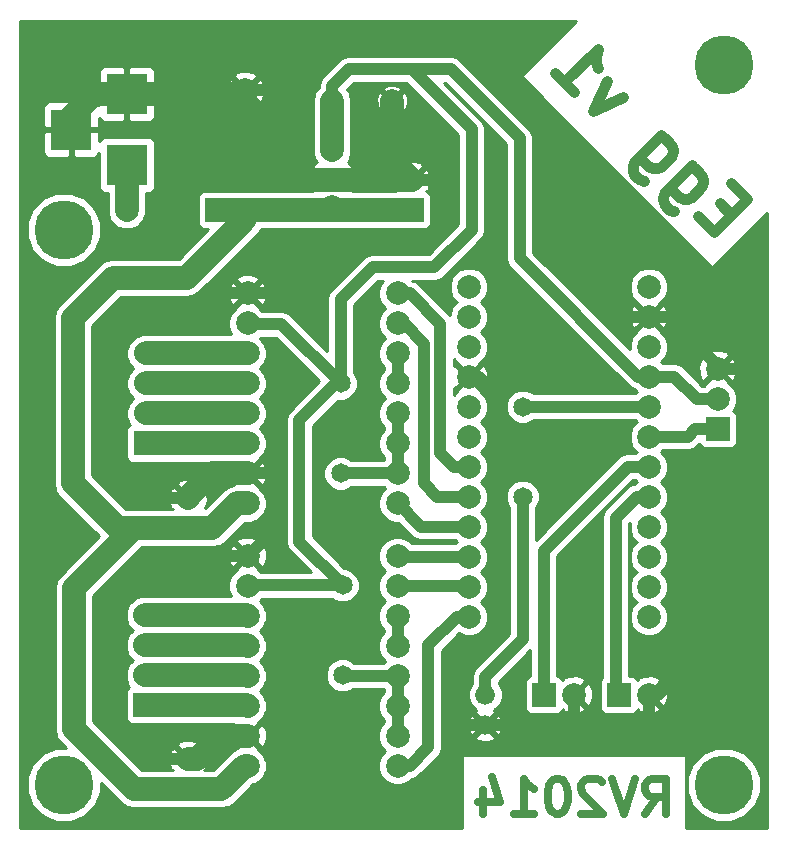
<source format=gbl>
G04 (created by PCBNEW (2013-may-18)-stable) date Thu 03 Apr 2014 02:12:56 PM EEST*
%MOIN*%
G04 Gerber Fmt 3.4, Leading zero omitted, Abs format*
%FSLAX34Y34*%
G01*
G70*
G90*
G04 APERTURE LIST*
%ADD10C,0.00590551*%
%ADD11C,0.0354331*%
%ADD12C,0.0275591*%
%ADD13R,0.1378X0.1378*%
%ADD14R,0.0787402X0.0787402*%
%ADD15C,0.0787402*%
%ADD16C,0.065*%
%ADD17C,0.066*%
%ADD18C,0.055*%
%ADD19C,0.19685*%
%ADD20C,0.0787402*%
%ADD21C,0.0393701*%
%ADD22C,0.01*%
G04 APERTURE END LIST*
G54D10*
G54D11*
X23757Y-6492D02*
X23386Y-6121D01*
X22643Y-6545D02*
X23174Y-7075D01*
X24287Y-5961D01*
X23757Y-5431D01*
X22431Y-4848D02*
X21530Y-5749D01*
X21477Y-5908D01*
X21477Y-6015D01*
X21530Y-6174D01*
X21689Y-6333D01*
X21848Y-6386D01*
X21742Y-5537D02*
X21795Y-5696D01*
X22007Y-5908D01*
X22166Y-5961D01*
X22272Y-5961D01*
X22431Y-5908D01*
X22749Y-5590D01*
X22802Y-5431D01*
X22802Y-5325D01*
X22749Y-5166D01*
X22537Y-4954D01*
X22378Y-4901D01*
X21424Y-3840D02*
X20522Y-4742D01*
X20469Y-4901D01*
X20469Y-5007D01*
X20522Y-5166D01*
X20681Y-5325D01*
X20840Y-5378D01*
X20734Y-4530D02*
X20787Y-4689D01*
X20999Y-4901D01*
X21159Y-4954D01*
X21265Y-4954D01*
X21424Y-4901D01*
X21742Y-4583D01*
X21795Y-4424D01*
X21795Y-4318D01*
X21742Y-4159D01*
X21530Y-3946D01*
X21371Y-3893D01*
X20151Y-2568D02*
X19144Y-3045D01*
X19621Y-2038D01*
X17871Y-1772D02*
X18507Y-2409D01*
X18189Y-2091D02*
X19303Y-977D01*
X19250Y-1242D01*
X19250Y-1454D01*
X19303Y-1613D01*
G54D12*
X20890Y-26478D02*
X21284Y-25915D01*
X21565Y-26478D02*
X21565Y-25296D01*
X21115Y-25296D01*
X21002Y-25353D01*
X20946Y-25409D01*
X20890Y-25521D01*
X20890Y-25690D01*
X20946Y-25803D01*
X21002Y-25859D01*
X21115Y-25915D01*
X21565Y-25915D01*
X20552Y-25296D02*
X20159Y-26478D01*
X19765Y-25296D01*
X19428Y-25409D02*
X19371Y-25353D01*
X19259Y-25296D01*
X18978Y-25296D01*
X18865Y-25353D01*
X18809Y-25409D01*
X18753Y-25521D01*
X18753Y-25634D01*
X18809Y-25803D01*
X19484Y-26478D01*
X18753Y-26478D01*
X18021Y-25296D02*
X17909Y-25296D01*
X17796Y-25353D01*
X17740Y-25409D01*
X17684Y-25521D01*
X17628Y-25746D01*
X17628Y-26028D01*
X17684Y-26253D01*
X17740Y-26365D01*
X17796Y-26421D01*
X17909Y-26478D01*
X18021Y-26478D01*
X18134Y-26421D01*
X18190Y-26365D01*
X18246Y-26253D01*
X18303Y-26028D01*
X18303Y-25746D01*
X18246Y-25521D01*
X18190Y-25409D01*
X18134Y-25353D01*
X18021Y-25296D01*
X16503Y-26478D02*
X17178Y-26478D01*
X16840Y-26478D02*
X16840Y-25296D01*
X16953Y-25465D01*
X17065Y-25578D01*
X17178Y-25634D01*
X15491Y-25690D02*
X15491Y-26478D01*
X15772Y-25240D02*
X16053Y-26084D01*
X15322Y-26084D01*
G54D13*
X3600Y-4841D03*
X3600Y-2479D03*
X1750Y-3660D03*
G54D14*
X4225Y-14125D03*
G54D15*
X4225Y-13125D03*
X4225Y-12125D03*
X4225Y-11125D03*
G54D16*
X16800Y-12900D03*
X16800Y-15900D03*
X10725Y-12125D03*
X10725Y-15125D03*
X10800Y-18850D03*
X10800Y-21850D03*
G54D14*
X4200Y-22850D03*
G54D15*
X4200Y-21850D03*
X4200Y-20850D03*
X4200Y-19850D03*
G54D14*
X23300Y-13650D03*
G54D15*
X23300Y-12650D03*
X23300Y-11650D03*
G54D14*
X17500Y-22500D03*
G54D15*
X18500Y-22500D03*
G54D14*
X20000Y-22500D03*
G54D15*
X21000Y-22500D03*
X10450Y-6350D03*
G54D14*
X10450Y-5350D03*
G54D15*
X10450Y-4350D03*
G54D17*
X15550Y-22500D03*
X15550Y-23500D03*
G54D15*
X12625Y-16125D03*
X12625Y-15125D03*
X12625Y-14125D03*
X12625Y-13125D03*
X12625Y-12125D03*
X12625Y-11125D03*
X12625Y-10125D03*
X12625Y-9125D03*
X7625Y-9125D03*
X7625Y-10125D03*
X7625Y-11125D03*
X7625Y-12125D03*
X7625Y-13125D03*
X7625Y-14125D03*
X7625Y-15125D03*
X7625Y-16125D03*
X12625Y-24875D03*
X12625Y-23875D03*
X12625Y-22875D03*
X12625Y-21875D03*
X12625Y-20875D03*
X12625Y-19875D03*
X12625Y-18875D03*
X12625Y-17875D03*
X7625Y-17875D03*
X7625Y-18875D03*
X7625Y-19875D03*
X7625Y-20875D03*
X7625Y-21875D03*
X7625Y-22875D03*
X7625Y-23875D03*
X7625Y-24875D03*
X7550Y-2350D03*
G54D14*
X7550Y-6350D03*
X6600Y-6350D03*
G54D15*
X3600Y-6350D03*
G54D18*
X10450Y-2700D03*
X12450Y-2700D03*
G54D14*
X13100Y-6350D03*
G54D15*
X13100Y-5350D03*
G54D14*
X5650Y-25650D03*
G54D15*
X5650Y-24650D03*
G54D14*
X5650Y-16950D03*
G54D15*
X5650Y-15950D03*
X15000Y-8900D03*
X15000Y-9900D03*
X15000Y-10900D03*
X15000Y-11900D03*
X15000Y-12900D03*
X15000Y-13900D03*
X15000Y-14900D03*
X15000Y-15900D03*
X15000Y-16900D03*
X15000Y-17900D03*
X15000Y-18900D03*
X15000Y-19900D03*
X21000Y-19900D03*
X21000Y-18900D03*
X21000Y-17900D03*
X21000Y-16900D03*
X21000Y-15900D03*
X21000Y-14900D03*
X21000Y-13900D03*
X21000Y-12900D03*
X21000Y-11900D03*
X21000Y-10900D03*
X21000Y-9900D03*
X21000Y-8900D03*
G54D19*
X23500Y-1500D03*
X23500Y-25500D03*
X1500Y-25500D03*
X1500Y-7000D03*
G54D20*
X5650Y-16950D02*
X3850Y-16950D01*
X3850Y-25650D02*
X5650Y-25650D01*
X1850Y-23650D02*
X3850Y-25650D01*
X1850Y-18950D02*
X1850Y-23650D01*
X3850Y-16950D02*
X1850Y-18950D01*
X7550Y-6350D02*
X7550Y-6650D01*
X3300Y-16950D02*
X5650Y-16950D01*
X1800Y-15450D02*
X3300Y-16950D01*
X1800Y-9950D02*
X1800Y-15450D01*
X3150Y-8600D02*
X1800Y-9950D01*
X5600Y-8600D02*
X3150Y-8600D01*
X7550Y-6650D02*
X5600Y-8600D01*
X7550Y-6350D02*
X6600Y-6350D01*
X10450Y-6350D02*
X7550Y-6350D01*
X13100Y-6350D02*
X10562Y-6350D01*
X10450Y-6237D02*
X10450Y-6350D01*
X10562Y-6350D02*
X10450Y-6237D01*
X5650Y-25650D02*
X6750Y-25650D01*
X6750Y-25650D02*
X7525Y-24875D01*
X7525Y-24875D02*
X7625Y-24875D01*
X7625Y-16125D02*
X7275Y-16125D01*
X7275Y-16125D02*
X6450Y-16950D01*
X6450Y-16950D02*
X5650Y-16950D01*
G54D21*
X10725Y-12125D02*
X10725Y-9325D01*
X13100Y-1650D02*
X12450Y-1650D01*
X15100Y-3650D02*
X13100Y-1650D01*
X15100Y-7000D02*
X15100Y-3650D01*
X13850Y-8250D02*
X15100Y-7000D01*
X11800Y-8250D02*
X13850Y-8250D01*
X10725Y-9325D02*
X11800Y-8250D01*
X10725Y-12125D02*
X10575Y-12125D01*
X9350Y-17400D02*
X10800Y-18850D01*
X9350Y-13350D02*
X9350Y-17400D01*
X10575Y-12125D02*
X9350Y-13350D01*
X10725Y-12125D02*
X8750Y-10150D01*
X7650Y-10150D02*
X7625Y-10125D01*
X8750Y-10150D02*
X7650Y-10150D01*
X10800Y-18850D02*
X7650Y-18850D01*
X7650Y-18850D02*
X7625Y-18875D01*
X21000Y-11900D02*
X20650Y-11900D01*
X20650Y-11900D02*
X16700Y-7950D01*
X16700Y-7950D02*
X16700Y-3950D01*
X16700Y-3950D02*
X14400Y-1650D01*
X14400Y-1650D02*
X12450Y-1650D01*
X10450Y-2200D02*
X10450Y-2700D01*
X12450Y-1650D02*
X11000Y-1650D01*
X11000Y-1650D02*
X10450Y-2200D01*
X21000Y-11900D02*
X21850Y-11900D01*
X22600Y-12650D02*
X23300Y-12650D01*
X21850Y-11900D02*
X22600Y-12650D01*
G54D20*
X10450Y-4350D02*
X10450Y-2700D01*
G54D21*
X15000Y-17900D02*
X12650Y-17900D01*
X12650Y-17900D02*
X12625Y-17875D01*
X12625Y-9125D02*
X13025Y-9125D01*
X14500Y-14900D02*
X15000Y-14900D01*
X14050Y-14450D02*
X14500Y-14900D01*
X14050Y-10150D02*
X14050Y-14450D01*
X13025Y-9125D02*
X14050Y-10150D01*
X21000Y-15900D02*
X20600Y-15900D01*
X19900Y-22400D02*
X20000Y-22500D01*
X19900Y-16600D02*
X19900Y-22400D01*
X20600Y-15900D02*
X19900Y-16600D01*
X17500Y-22500D02*
X17500Y-17700D01*
X20300Y-14900D02*
X21000Y-14900D01*
X17500Y-17700D02*
X20300Y-14900D01*
X12625Y-24875D02*
X13025Y-24875D01*
X14600Y-19900D02*
X15000Y-19900D01*
X13650Y-20850D02*
X14600Y-19900D01*
X13650Y-24250D02*
X13650Y-20850D01*
X13025Y-24875D02*
X13650Y-24250D01*
X15000Y-16900D02*
X13400Y-16900D01*
X13400Y-16900D02*
X12625Y-16125D01*
X23300Y-13650D02*
X22550Y-13650D01*
X22300Y-13900D02*
X21000Y-13900D01*
X22550Y-13650D02*
X22300Y-13900D01*
X12625Y-18875D02*
X14975Y-18875D01*
X14975Y-18875D02*
X15000Y-18900D01*
X12625Y-10125D02*
X12825Y-10125D01*
X13950Y-15900D02*
X15000Y-15900D01*
X13500Y-15450D02*
X13950Y-15900D01*
X13500Y-10800D02*
X13500Y-15450D01*
X12825Y-10125D02*
X13500Y-10800D01*
G54D20*
X3600Y-2479D02*
X7421Y-2479D01*
X7421Y-2479D02*
X7550Y-2350D01*
X1750Y-3660D02*
X1750Y-3250D01*
X2521Y-2479D02*
X3600Y-2479D01*
X1750Y-3250D02*
X2521Y-2479D01*
G54D21*
X21000Y-22500D02*
X21300Y-22500D01*
X24050Y-11650D02*
X23300Y-11650D01*
X24200Y-11800D02*
X24050Y-11650D01*
X24200Y-19600D02*
X24200Y-11800D01*
X21300Y-22500D02*
X24200Y-19600D01*
X18500Y-23400D02*
X20800Y-23400D01*
X21000Y-23200D02*
X21000Y-22500D01*
X20800Y-23400D02*
X21000Y-23200D01*
X18500Y-22500D02*
X18500Y-23400D01*
X18400Y-23500D02*
X15550Y-23500D01*
X18500Y-23400D02*
X18400Y-23500D01*
X15000Y-11900D02*
X15350Y-11900D01*
X14950Y-23500D02*
X15550Y-23500D01*
X14400Y-22950D02*
X14950Y-23500D01*
X14400Y-21900D02*
X14400Y-22950D01*
X16000Y-20300D02*
X14400Y-21900D01*
X16000Y-12550D02*
X16000Y-20300D01*
X15350Y-11900D02*
X16000Y-12550D01*
X7550Y-2350D02*
X8250Y-2350D01*
X8250Y-2350D02*
X9600Y-1000D01*
X9600Y-1000D02*
X14700Y-1000D01*
X14700Y-1000D02*
X19150Y-5450D01*
X19150Y-5450D02*
X19150Y-8900D01*
X19150Y-8900D02*
X20150Y-9900D01*
X20150Y-9900D02*
X21000Y-9900D01*
X7625Y-9125D02*
X8575Y-9125D01*
X13700Y-5350D02*
X13100Y-5350D01*
X14450Y-6100D02*
X13700Y-5350D01*
X14450Y-6650D02*
X14450Y-6100D01*
X13450Y-7650D02*
X14450Y-6650D01*
X10050Y-7650D02*
X13450Y-7650D01*
X8575Y-9125D02*
X10050Y-7650D01*
X7625Y-17875D02*
X6825Y-17875D01*
X4250Y-24650D02*
X5650Y-24650D01*
X3050Y-23450D02*
X4250Y-24650D01*
X3050Y-19300D02*
X3050Y-23450D01*
X4000Y-18350D02*
X3050Y-19300D01*
X6350Y-18350D02*
X4000Y-18350D01*
X6825Y-17875D02*
X6350Y-18350D01*
X7625Y-9125D02*
X6675Y-9125D01*
X4350Y-15950D02*
X5650Y-15950D01*
X2850Y-14450D02*
X4350Y-15950D01*
X2850Y-10650D02*
X2850Y-14450D01*
X3750Y-9750D02*
X2850Y-10650D01*
X6050Y-9750D02*
X3750Y-9750D01*
X6675Y-9125D02*
X6050Y-9750D01*
X7625Y-17875D02*
X8600Y-16900D01*
X8275Y-15125D02*
X7625Y-15125D01*
X8600Y-15450D02*
X8275Y-15125D01*
X8600Y-16900D02*
X8600Y-15450D01*
X23300Y-11650D02*
X23300Y-11550D01*
X21650Y-9900D02*
X21000Y-9900D01*
X23300Y-11550D02*
X21650Y-9900D01*
G54D20*
X10450Y-5350D02*
X13100Y-5350D01*
X12450Y-2700D02*
X12450Y-4700D01*
X12450Y-4700D02*
X13100Y-5350D01*
X7550Y-2350D02*
X7550Y-3950D01*
X7550Y-3950D02*
X8950Y-5350D01*
X8950Y-5350D02*
X10450Y-5350D01*
X5650Y-24650D02*
X5950Y-24650D01*
X5950Y-24650D02*
X6725Y-23875D01*
X6725Y-23875D02*
X7625Y-23875D01*
X5650Y-15950D02*
X5650Y-15900D01*
X6425Y-15125D02*
X7625Y-15125D01*
X5650Y-15900D02*
X6425Y-15125D01*
G54D21*
X12625Y-21875D02*
X10825Y-21875D01*
X10825Y-21875D02*
X10800Y-21850D01*
X12625Y-22875D02*
X12625Y-21875D01*
X12625Y-23875D02*
X12625Y-22875D01*
X12625Y-11125D02*
X12625Y-12125D01*
X12625Y-20875D02*
X12625Y-19875D01*
X12625Y-15125D02*
X10725Y-15125D01*
X12625Y-14125D02*
X12625Y-13125D01*
X12625Y-15125D02*
X12625Y-14125D01*
X21000Y-12900D02*
X16800Y-12900D01*
X15550Y-22500D02*
X15550Y-21900D01*
X16800Y-20650D02*
X16800Y-15900D01*
X15550Y-21900D02*
X16800Y-20650D01*
G54D20*
X4225Y-14125D02*
X7625Y-14125D01*
X4225Y-13125D02*
X7625Y-13125D01*
X4225Y-12125D02*
X7625Y-12125D01*
X4225Y-11125D02*
X7625Y-11125D01*
X3600Y-4841D02*
X3600Y-6350D01*
X4200Y-20850D02*
X7600Y-20850D01*
X7600Y-20850D02*
X7625Y-20875D01*
X4200Y-19850D02*
X7600Y-19850D01*
X7600Y-19850D02*
X7625Y-19875D01*
X4200Y-21850D02*
X7600Y-21850D01*
X7600Y-21850D02*
X7625Y-21875D01*
X4200Y-22850D02*
X7600Y-22850D01*
X7600Y-22850D02*
X7625Y-22875D01*
G54D10*
G36*
X24950Y-26950D02*
X24731Y-26950D01*
X24731Y-25256D01*
X24544Y-24803D01*
X24198Y-24456D01*
X23947Y-24353D01*
X23947Y-11754D01*
X23938Y-11498D01*
X23858Y-11305D01*
X23753Y-11266D01*
X23683Y-11337D01*
X23683Y-11196D01*
X23644Y-11091D01*
X23404Y-11002D01*
X23148Y-11011D01*
X22955Y-11091D01*
X22916Y-11196D01*
X23300Y-11579D01*
X23683Y-11196D01*
X23683Y-11337D01*
X23370Y-11650D01*
X23753Y-12033D01*
X23858Y-11994D01*
X23947Y-11754D01*
X23947Y-24353D01*
X23940Y-24349D01*
X23940Y-12523D01*
X23843Y-12287D01*
X23676Y-12120D01*
X23683Y-12103D01*
X23300Y-11720D01*
X23229Y-11791D01*
X23229Y-11650D01*
X22846Y-11266D01*
X22741Y-11305D01*
X22652Y-11545D01*
X22661Y-11801D01*
X22741Y-11994D01*
X22846Y-12033D01*
X23229Y-11650D01*
X23229Y-11791D01*
X22916Y-12103D01*
X22923Y-12120D01*
X22837Y-12206D01*
X22783Y-12206D01*
X22163Y-11586D01*
X22019Y-11490D01*
X21850Y-11456D01*
X21647Y-11456D01*
X21647Y-10004D01*
X21640Y-9805D01*
X21640Y-8773D01*
X21543Y-8537D01*
X21363Y-8357D01*
X21127Y-8259D01*
X20873Y-8259D01*
X20637Y-8356D01*
X20457Y-8536D01*
X20359Y-8772D01*
X20359Y-9026D01*
X20456Y-9262D01*
X20623Y-9429D01*
X20616Y-9446D01*
X21000Y-9829D01*
X21383Y-9446D01*
X21376Y-9429D01*
X21542Y-9263D01*
X21640Y-9027D01*
X21640Y-8773D01*
X21640Y-9805D01*
X21638Y-9748D01*
X21558Y-9555D01*
X21453Y-9516D01*
X21070Y-9900D01*
X21453Y-10283D01*
X21558Y-10244D01*
X21647Y-10004D01*
X21647Y-11456D01*
X21462Y-11456D01*
X21405Y-11399D01*
X21542Y-11263D01*
X21640Y-11027D01*
X21640Y-10773D01*
X21543Y-10537D01*
X21376Y-10370D01*
X21383Y-10353D01*
X21000Y-9970D01*
X20929Y-10041D01*
X20929Y-9900D01*
X20546Y-9516D01*
X20441Y-9555D01*
X20352Y-9795D01*
X20361Y-10051D01*
X20441Y-10244D01*
X20546Y-10283D01*
X20929Y-9900D01*
X20929Y-10041D01*
X20616Y-10353D01*
X20623Y-10370D01*
X20457Y-10536D01*
X20359Y-10772D01*
X20359Y-10981D01*
X17143Y-7766D01*
X17143Y-3950D01*
X17109Y-3780D01*
X17109Y-3780D01*
X17078Y-3732D01*
X17013Y-3636D01*
X17013Y-3636D01*
X14713Y-1336D01*
X14569Y-1240D01*
X14400Y-1206D01*
X13100Y-1206D01*
X12450Y-1206D01*
X11000Y-1206D01*
X10830Y-1240D01*
X10686Y-1336D01*
X10136Y-1886D01*
X10040Y-2030D01*
X10006Y-2200D01*
X10006Y-2240D01*
X9997Y-2247D01*
X9858Y-2454D01*
X9809Y-2700D01*
X9809Y-4350D01*
X9809Y-4350D01*
X9809Y-4476D01*
X9858Y-4595D01*
X9858Y-4595D01*
X9858Y-4595D01*
X9906Y-4712D01*
X9931Y-4737D01*
X9914Y-4744D01*
X9844Y-4814D01*
X9806Y-4906D01*
X9806Y-5005D01*
X9806Y-5237D01*
X9868Y-5300D01*
X10400Y-5300D01*
X10400Y-5292D01*
X10500Y-5292D01*
X10500Y-5300D01*
X11031Y-5300D01*
X11093Y-5237D01*
X11093Y-5005D01*
X11093Y-4906D01*
X11055Y-4814D01*
X10985Y-4744D01*
X10968Y-4737D01*
X10992Y-4713D01*
X11041Y-4595D01*
X11041Y-4595D01*
X11041Y-4595D01*
X11090Y-4477D01*
X11090Y-4350D01*
X11090Y-4350D01*
X11090Y-4349D01*
X11090Y-4223D01*
X11090Y-4222D01*
X11090Y-2700D01*
X11041Y-2454D01*
X10954Y-2323D01*
X11183Y-2093D01*
X12450Y-2093D01*
X12916Y-2093D01*
X14656Y-3833D01*
X14656Y-6816D01*
X13666Y-7806D01*
X11800Y-7806D01*
X11630Y-7840D01*
X11486Y-7936D01*
X10411Y-9011D01*
X10315Y-9155D01*
X10281Y-9325D01*
X10281Y-11053D01*
X9063Y-9836D01*
X8919Y-9740D01*
X8750Y-9706D01*
X8272Y-9706D01*
X8272Y-9229D01*
X8263Y-8973D01*
X8183Y-8780D01*
X8078Y-8741D01*
X8008Y-8812D01*
X8008Y-8671D01*
X7969Y-8566D01*
X7729Y-8477D01*
X7473Y-8486D01*
X7280Y-8566D01*
X7241Y-8671D01*
X7625Y-9054D01*
X8008Y-8671D01*
X8008Y-8812D01*
X7695Y-9125D01*
X8078Y-9508D01*
X8183Y-9469D01*
X8272Y-9229D01*
X8272Y-9706D01*
X8112Y-9706D01*
X8001Y-9595D01*
X8008Y-9578D01*
X7625Y-9195D01*
X7554Y-9266D01*
X7554Y-9125D01*
X7171Y-8741D01*
X7066Y-8780D01*
X6977Y-9020D01*
X6986Y-9276D01*
X7066Y-9469D01*
X7171Y-9508D01*
X7554Y-9125D01*
X7554Y-9266D01*
X7241Y-9578D01*
X7248Y-9595D01*
X7082Y-9761D01*
X6984Y-9997D01*
X6984Y-10251D01*
X7080Y-10484D01*
X4225Y-10484D01*
X4224Y-10484D01*
X4098Y-10484D01*
X3979Y-10533D01*
X3979Y-10533D01*
X3979Y-10533D01*
X3862Y-10581D01*
X3772Y-10672D01*
X3772Y-10672D01*
X3772Y-10672D01*
X3682Y-10761D01*
X3633Y-10879D01*
X3633Y-10879D01*
X3633Y-10879D01*
X3584Y-10997D01*
X3584Y-11124D01*
X3584Y-11125D01*
X3584Y-11125D01*
X3584Y-11251D01*
X3633Y-11370D01*
X3633Y-11370D01*
X3633Y-11370D01*
X3681Y-11487D01*
X3772Y-11577D01*
X3772Y-11577D01*
X3772Y-11577D01*
X3819Y-11625D01*
X3772Y-11672D01*
X3772Y-11672D01*
X3772Y-11672D01*
X3682Y-11761D01*
X3633Y-11879D01*
X3633Y-11879D01*
X3633Y-11879D01*
X3584Y-11997D01*
X3584Y-12124D01*
X3584Y-12125D01*
X3584Y-12125D01*
X3584Y-12251D01*
X3633Y-12370D01*
X3633Y-12370D01*
X3633Y-12370D01*
X3681Y-12487D01*
X3772Y-12577D01*
X3772Y-12577D01*
X3772Y-12577D01*
X3819Y-12625D01*
X3772Y-12672D01*
X3772Y-12672D01*
X3772Y-12672D01*
X3682Y-12761D01*
X3633Y-12879D01*
X3633Y-12879D01*
X3633Y-12879D01*
X3584Y-12997D01*
X3584Y-13124D01*
X3584Y-13125D01*
X3584Y-13125D01*
X3584Y-13251D01*
X3633Y-13370D01*
X3633Y-13370D01*
X3633Y-13370D01*
X3681Y-13487D01*
X3708Y-13514D01*
X3691Y-13521D01*
X3622Y-13591D01*
X3584Y-13681D01*
X3584Y-13780D01*
X3584Y-14567D01*
X3621Y-14658D01*
X3691Y-14727D01*
X3781Y-14765D01*
X3880Y-14765D01*
X4667Y-14765D01*
X4667Y-14765D01*
X7107Y-14765D01*
X7066Y-14780D01*
X6977Y-15020D01*
X6986Y-15276D01*
X7066Y-15469D01*
X7166Y-15506D01*
X7029Y-15533D01*
X6822Y-15672D01*
X6822Y-15672D01*
X6214Y-16280D01*
X6297Y-16054D01*
X6288Y-15798D01*
X6208Y-15605D01*
X6103Y-15566D01*
X6033Y-15637D01*
X6033Y-15496D01*
X5994Y-15391D01*
X5754Y-15302D01*
X5498Y-15311D01*
X5305Y-15391D01*
X5266Y-15496D01*
X5650Y-15879D01*
X6033Y-15496D01*
X6033Y-15637D01*
X5720Y-15950D01*
X5726Y-15955D01*
X5655Y-16026D01*
X5650Y-16020D01*
X5644Y-16026D01*
X5573Y-15955D01*
X5579Y-15950D01*
X5196Y-15566D01*
X5091Y-15605D01*
X5002Y-15845D01*
X5011Y-16101D01*
X5091Y-16294D01*
X5132Y-16309D01*
X3850Y-16309D01*
X3849Y-16309D01*
X3565Y-16309D01*
X2440Y-15184D01*
X2440Y-10215D01*
X3415Y-9240D01*
X5600Y-9240D01*
X5845Y-9191D01*
X6052Y-9052D01*
X8002Y-7102D01*
X8002Y-7102D01*
X8002Y-7102D01*
X8078Y-6990D01*
X8078Y-6990D01*
X10450Y-6990D01*
X10450Y-6990D01*
X10576Y-6990D01*
X10577Y-6990D01*
X12706Y-6990D01*
X12755Y-6990D01*
X13542Y-6990D01*
X13633Y-6953D01*
X13702Y-6883D01*
X13740Y-6793D01*
X13740Y-6694D01*
X13740Y-5907D01*
X13703Y-5816D01*
X13633Y-5747D01*
X13578Y-5724D01*
X13658Y-5694D01*
X13747Y-5454D01*
X13738Y-5198D01*
X13658Y-5005D01*
X13553Y-4966D01*
X13483Y-5037D01*
X13483Y-4896D01*
X13444Y-4791D01*
X13204Y-4702D01*
X12979Y-4710D01*
X12979Y-2775D01*
X12968Y-2567D01*
X12910Y-2427D01*
X12817Y-2402D01*
X12747Y-2473D01*
X12747Y-2332D01*
X12722Y-2239D01*
X12525Y-2170D01*
X12317Y-2181D01*
X12177Y-2239D01*
X12152Y-2332D01*
X12450Y-2629D01*
X12747Y-2332D01*
X12747Y-2473D01*
X12520Y-2700D01*
X12817Y-2997D01*
X12910Y-2972D01*
X12979Y-2775D01*
X12979Y-4710D01*
X12948Y-4711D01*
X12755Y-4791D01*
X12747Y-4814D01*
X12747Y-3067D01*
X12450Y-2770D01*
X12379Y-2841D01*
X12379Y-2700D01*
X12082Y-2402D01*
X11989Y-2427D01*
X11920Y-2624D01*
X11931Y-2832D01*
X11989Y-2972D01*
X12082Y-2997D01*
X12379Y-2700D01*
X12379Y-2841D01*
X12152Y-3067D01*
X12177Y-3160D01*
X12374Y-3229D01*
X12582Y-3218D01*
X12722Y-3160D01*
X12747Y-3067D01*
X12747Y-4814D01*
X12716Y-4896D01*
X13100Y-5279D01*
X13483Y-4896D01*
X13483Y-5037D01*
X13170Y-5350D01*
X13176Y-5355D01*
X13105Y-5426D01*
X13100Y-5420D01*
X13094Y-5426D01*
X13023Y-5355D01*
X13029Y-5350D01*
X12646Y-4966D01*
X12541Y-5005D01*
X12452Y-5245D01*
X12461Y-5501D01*
X12541Y-5694D01*
X12582Y-5709D01*
X11093Y-5709D01*
X11093Y-5694D01*
X11093Y-5462D01*
X11031Y-5400D01*
X10500Y-5400D01*
X10500Y-5407D01*
X10400Y-5407D01*
X10400Y-5400D01*
X9868Y-5400D01*
X9806Y-5462D01*
X9806Y-5694D01*
X9806Y-5709D01*
X8197Y-5709D01*
X8197Y-2454D01*
X8188Y-2198D01*
X8108Y-2005D01*
X8003Y-1966D01*
X7933Y-2037D01*
X7933Y-1896D01*
X7894Y-1791D01*
X7654Y-1702D01*
X7398Y-1711D01*
X7205Y-1791D01*
X7166Y-1896D01*
X7550Y-2279D01*
X7933Y-1896D01*
X7933Y-2037D01*
X7620Y-2350D01*
X8003Y-2733D01*
X8108Y-2694D01*
X8197Y-2454D01*
X8197Y-5709D01*
X7943Y-5709D01*
X7933Y-5709D01*
X7933Y-2803D01*
X7550Y-2420D01*
X7479Y-2491D01*
X7479Y-2350D01*
X7096Y-1966D01*
X6991Y-2005D01*
X6902Y-2245D01*
X6911Y-2501D01*
X6991Y-2694D01*
X7096Y-2733D01*
X7479Y-2350D01*
X7479Y-2491D01*
X7166Y-2803D01*
X7205Y-2908D01*
X7445Y-2997D01*
X7701Y-2988D01*
X7894Y-2908D01*
X7933Y-2803D01*
X7933Y-5709D01*
X7894Y-5709D01*
X7107Y-5709D01*
X7107Y-5709D01*
X6993Y-5709D01*
X6944Y-5709D01*
X6157Y-5709D01*
X6066Y-5746D01*
X5997Y-5816D01*
X5959Y-5906D01*
X5959Y-6005D01*
X5959Y-6792D01*
X5996Y-6883D01*
X6066Y-6952D01*
X6156Y-6990D01*
X6255Y-6990D01*
X6303Y-6990D01*
X5334Y-7959D01*
X4539Y-7959D01*
X4539Y-3217D01*
X4539Y-1740D01*
X4501Y-1648D01*
X4430Y-1578D01*
X4338Y-1540D01*
X4239Y-1539D01*
X3712Y-1540D01*
X3650Y-1602D01*
X3650Y-2429D01*
X4476Y-2429D01*
X4539Y-2366D01*
X4539Y-1740D01*
X4539Y-3217D01*
X4539Y-2591D01*
X4476Y-2529D01*
X3650Y-2529D01*
X3650Y-3355D01*
X3712Y-3418D01*
X4239Y-3418D01*
X4338Y-3417D01*
X4430Y-3379D01*
X4501Y-3309D01*
X4539Y-3217D01*
X4539Y-7959D01*
X4535Y-7959D01*
X4535Y-5481D01*
X4535Y-4103D01*
X4498Y-4012D01*
X4429Y-3942D01*
X4338Y-3905D01*
X4240Y-3905D01*
X3550Y-3905D01*
X3550Y-3355D01*
X3550Y-2529D01*
X3550Y-2429D01*
X3550Y-1602D01*
X3487Y-1540D01*
X2960Y-1539D01*
X2861Y-1540D01*
X2769Y-1578D01*
X2698Y-1648D01*
X2660Y-1740D01*
X2661Y-2366D01*
X2723Y-2429D01*
X3550Y-2429D01*
X3550Y-2529D01*
X2723Y-2529D01*
X2661Y-2591D01*
X2660Y-2853D01*
X2651Y-2829D01*
X2580Y-2759D01*
X2488Y-2721D01*
X2389Y-2720D01*
X1862Y-2721D01*
X1800Y-2783D01*
X1800Y-3610D01*
X2626Y-3610D01*
X2689Y-3547D01*
X2689Y-3285D01*
X2698Y-3309D01*
X2769Y-3379D01*
X2861Y-3417D01*
X2960Y-3418D01*
X3487Y-3418D01*
X3550Y-3355D01*
X3550Y-3905D01*
X2862Y-3905D01*
X2771Y-3942D01*
X2701Y-4011D01*
X2689Y-4042D01*
X2689Y-3772D01*
X2626Y-3710D01*
X1800Y-3710D01*
X1800Y-4536D01*
X1862Y-4599D01*
X2389Y-4599D01*
X2488Y-4598D01*
X2580Y-4560D01*
X2651Y-4490D01*
X2664Y-4458D01*
X2664Y-5578D01*
X2701Y-5669D01*
X2770Y-5739D01*
X2861Y-5776D01*
X2959Y-5776D01*
X2959Y-6350D01*
X2959Y-6350D01*
X2959Y-6476D01*
X3008Y-6595D01*
X3008Y-6595D01*
X3008Y-6595D01*
X3056Y-6712D01*
X3147Y-6802D01*
X3147Y-6802D01*
X3147Y-6802D01*
X3236Y-6892D01*
X3354Y-6941D01*
X3354Y-6941D01*
X3472Y-6990D01*
X3599Y-6990D01*
X3600Y-6990D01*
X3600Y-6990D01*
X3726Y-6990D01*
X3845Y-6941D01*
X3845Y-6941D01*
X3845Y-6941D01*
X3962Y-6893D01*
X4052Y-6802D01*
X4052Y-6802D01*
X4052Y-6802D01*
X4142Y-6713D01*
X4191Y-6595D01*
X4191Y-6595D01*
X4191Y-6595D01*
X4240Y-6477D01*
X4240Y-6350D01*
X4240Y-6350D01*
X4240Y-6349D01*
X4240Y-6223D01*
X4240Y-6222D01*
X4240Y-5776D01*
X4337Y-5776D01*
X4428Y-5739D01*
X4498Y-5670D01*
X4535Y-5579D01*
X4535Y-5481D01*
X4535Y-7959D01*
X3150Y-7959D01*
X2904Y-8008D01*
X2731Y-8124D01*
X2731Y-6756D01*
X2544Y-6303D01*
X2198Y-5956D01*
X1745Y-5769D01*
X1700Y-5769D01*
X1700Y-4536D01*
X1700Y-3710D01*
X1700Y-3610D01*
X1700Y-2783D01*
X1637Y-2721D01*
X1110Y-2720D01*
X1011Y-2721D01*
X919Y-2759D01*
X848Y-2829D01*
X810Y-2921D01*
X811Y-3547D01*
X873Y-3610D01*
X1700Y-3610D01*
X1700Y-3710D01*
X873Y-3710D01*
X811Y-3772D01*
X810Y-4398D01*
X848Y-4490D01*
X919Y-4560D01*
X1011Y-4598D01*
X1110Y-4599D01*
X1637Y-4599D01*
X1700Y-4536D01*
X1700Y-5769D01*
X1256Y-5768D01*
X803Y-5955D01*
X456Y-6301D01*
X269Y-6754D01*
X268Y-7243D01*
X455Y-7696D01*
X801Y-8043D01*
X1254Y-8230D01*
X1743Y-8231D01*
X2196Y-8044D01*
X2543Y-7698D01*
X2730Y-7245D01*
X2731Y-6756D01*
X2731Y-8124D01*
X2697Y-8147D01*
X1347Y-9497D01*
X1208Y-9704D01*
X1159Y-9950D01*
X1159Y-15450D01*
X1208Y-15695D01*
X1347Y-15902D01*
X2669Y-17224D01*
X1397Y-18497D01*
X1258Y-18704D01*
X1209Y-18950D01*
X1209Y-23650D01*
X1258Y-23895D01*
X1397Y-24102D01*
X1563Y-24268D01*
X1256Y-24268D01*
X803Y-24455D01*
X456Y-24801D01*
X269Y-25254D01*
X268Y-25743D01*
X455Y-26196D01*
X801Y-26543D01*
X1254Y-26730D01*
X1743Y-26731D01*
X2196Y-26544D01*
X2543Y-26198D01*
X2730Y-25745D01*
X2731Y-25437D01*
X3397Y-26102D01*
X3397Y-26102D01*
X3604Y-26241D01*
X3604Y-26241D01*
X3801Y-26280D01*
X3849Y-26290D01*
X3849Y-26290D01*
X3850Y-26290D01*
X5256Y-26290D01*
X5305Y-26290D01*
X6092Y-26290D01*
X6092Y-26290D01*
X6750Y-26290D01*
X6995Y-26241D01*
X7202Y-26102D01*
X7817Y-25488D01*
X7870Y-25466D01*
X7870Y-25466D01*
X7870Y-25466D01*
X7987Y-25418D01*
X8077Y-25327D01*
X8077Y-25327D01*
X8077Y-25327D01*
X8167Y-25238D01*
X8216Y-25120D01*
X8216Y-25120D01*
X8216Y-25120D01*
X8265Y-25002D01*
X8265Y-24875D01*
X8265Y-24875D01*
X8265Y-24874D01*
X8265Y-24748D01*
X8216Y-24629D01*
X8216Y-24629D01*
X8216Y-24629D01*
X8168Y-24512D01*
X8077Y-24422D01*
X8077Y-24422D01*
X8077Y-24422D01*
X8001Y-24345D01*
X8008Y-24328D01*
X7625Y-23945D01*
X7554Y-24016D01*
X7289Y-24281D01*
X7279Y-24283D01*
X7072Y-24422D01*
X7072Y-24422D01*
X6484Y-25009D01*
X6167Y-25009D01*
X6208Y-24994D01*
X6297Y-24754D01*
X6288Y-24498D01*
X6208Y-24305D01*
X6103Y-24266D01*
X6033Y-24337D01*
X6033Y-24196D01*
X5994Y-24091D01*
X5754Y-24002D01*
X5498Y-24011D01*
X5305Y-24091D01*
X5266Y-24196D01*
X5650Y-24579D01*
X6033Y-24196D01*
X6033Y-24337D01*
X5720Y-24650D01*
X5726Y-24655D01*
X5655Y-24726D01*
X5650Y-24720D01*
X5644Y-24726D01*
X5573Y-24655D01*
X5579Y-24650D01*
X5196Y-24266D01*
X5091Y-24305D01*
X5002Y-24545D01*
X5011Y-24801D01*
X5091Y-24994D01*
X5132Y-25009D01*
X4115Y-25009D01*
X2490Y-23384D01*
X2490Y-19215D01*
X4115Y-17590D01*
X5256Y-17590D01*
X5305Y-17590D01*
X6092Y-17590D01*
X6092Y-17590D01*
X6450Y-17590D01*
X6695Y-17541D01*
X6902Y-17402D01*
X7540Y-16765D01*
X7625Y-16765D01*
X7625Y-16765D01*
X7751Y-16765D01*
X7870Y-16716D01*
X7870Y-16716D01*
X7870Y-16716D01*
X7987Y-16668D01*
X8077Y-16577D01*
X8077Y-16577D01*
X8077Y-16577D01*
X8167Y-16488D01*
X8216Y-16370D01*
X8216Y-16370D01*
X8216Y-16370D01*
X8265Y-16252D01*
X8265Y-16125D01*
X8265Y-16125D01*
X8265Y-16124D01*
X8265Y-15998D01*
X8216Y-15879D01*
X8216Y-15879D01*
X8216Y-15879D01*
X8168Y-15762D01*
X8077Y-15672D01*
X8077Y-15672D01*
X8077Y-15672D01*
X8001Y-15595D01*
X8008Y-15578D01*
X7625Y-15195D01*
X7619Y-15201D01*
X7548Y-15130D01*
X7554Y-15125D01*
X7548Y-15119D01*
X7619Y-15048D01*
X7625Y-15054D01*
X8008Y-14671D01*
X8001Y-14654D01*
X8077Y-14577D01*
X8077Y-14577D01*
X8077Y-14577D01*
X8167Y-14488D01*
X8216Y-14370D01*
X8216Y-14370D01*
X8216Y-14370D01*
X8265Y-14252D01*
X8265Y-14125D01*
X8265Y-14125D01*
X8265Y-14124D01*
X8265Y-13998D01*
X8216Y-13879D01*
X8216Y-13879D01*
X8216Y-13879D01*
X8168Y-13762D01*
X8077Y-13672D01*
X8077Y-13672D01*
X8077Y-13672D01*
X8030Y-13624D01*
X8077Y-13577D01*
X8077Y-13577D01*
X8077Y-13577D01*
X8167Y-13488D01*
X8216Y-13370D01*
X8216Y-13370D01*
X8216Y-13370D01*
X8265Y-13252D01*
X8265Y-13125D01*
X8265Y-13125D01*
X8265Y-13124D01*
X8265Y-12998D01*
X8216Y-12879D01*
X8216Y-12879D01*
X8216Y-12879D01*
X8168Y-12762D01*
X8077Y-12672D01*
X8077Y-12672D01*
X8077Y-12672D01*
X8030Y-12624D01*
X8077Y-12577D01*
X8077Y-12577D01*
X8077Y-12577D01*
X8167Y-12488D01*
X8216Y-12370D01*
X8216Y-12370D01*
X8216Y-12370D01*
X8265Y-12252D01*
X8265Y-12125D01*
X8265Y-12125D01*
X8265Y-12124D01*
X8265Y-11998D01*
X8216Y-11879D01*
X8216Y-11879D01*
X8216Y-11879D01*
X8168Y-11762D01*
X8077Y-11672D01*
X8077Y-11672D01*
X8077Y-11672D01*
X8030Y-11624D01*
X8077Y-11577D01*
X8077Y-11577D01*
X8077Y-11577D01*
X8167Y-11488D01*
X8216Y-11370D01*
X8216Y-11370D01*
X8216Y-11370D01*
X8265Y-11252D01*
X8265Y-11125D01*
X8265Y-11125D01*
X8265Y-11124D01*
X8265Y-10998D01*
X8216Y-10879D01*
X8216Y-10879D01*
X8216Y-10879D01*
X8168Y-10762D01*
X8077Y-10672D01*
X8077Y-10672D01*
X8077Y-10672D01*
X8030Y-10624D01*
X8062Y-10593D01*
X8566Y-10593D01*
X10022Y-12049D01*
X9036Y-13036D01*
X8940Y-13180D01*
X8906Y-13350D01*
X8906Y-17400D01*
X8940Y-17569D01*
X9036Y-17713D01*
X9728Y-18406D01*
X8272Y-18406D01*
X8272Y-17979D01*
X8272Y-15229D01*
X8263Y-14973D01*
X8183Y-14780D01*
X8078Y-14741D01*
X7695Y-15125D01*
X8078Y-15508D01*
X8183Y-15469D01*
X8272Y-15229D01*
X8272Y-17979D01*
X8263Y-17723D01*
X8183Y-17530D01*
X8078Y-17491D01*
X8008Y-17562D01*
X8008Y-17421D01*
X7969Y-17316D01*
X7729Y-17227D01*
X7473Y-17236D01*
X7280Y-17316D01*
X7241Y-17421D01*
X7625Y-17804D01*
X8008Y-17421D01*
X8008Y-17562D01*
X7695Y-17875D01*
X8078Y-18258D01*
X8183Y-18219D01*
X8272Y-17979D01*
X8272Y-18406D01*
X8062Y-18406D01*
X8001Y-18345D01*
X8008Y-18328D01*
X7625Y-17945D01*
X7554Y-18016D01*
X7554Y-17875D01*
X7171Y-17491D01*
X7066Y-17530D01*
X6977Y-17770D01*
X6986Y-18026D01*
X7066Y-18219D01*
X7171Y-18258D01*
X7554Y-17875D01*
X7554Y-18016D01*
X7241Y-18328D01*
X7248Y-18345D01*
X7082Y-18511D01*
X6984Y-18747D01*
X6984Y-19001D01*
X7070Y-19209D01*
X4200Y-19209D01*
X4199Y-19209D01*
X4073Y-19209D01*
X3954Y-19258D01*
X3954Y-19258D01*
X3954Y-19258D01*
X3837Y-19306D01*
X3747Y-19397D01*
X3747Y-19397D01*
X3747Y-19397D01*
X3657Y-19486D01*
X3608Y-19604D01*
X3608Y-19604D01*
X3608Y-19604D01*
X3559Y-19722D01*
X3559Y-19849D01*
X3559Y-19850D01*
X3559Y-19850D01*
X3559Y-19976D01*
X3608Y-20095D01*
X3608Y-20095D01*
X3608Y-20095D01*
X3656Y-20212D01*
X3747Y-20302D01*
X3747Y-20302D01*
X3747Y-20302D01*
X3794Y-20350D01*
X3747Y-20397D01*
X3747Y-20397D01*
X3747Y-20397D01*
X3657Y-20486D01*
X3608Y-20604D01*
X3608Y-20604D01*
X3608Y-20604D01*
X3559Y-20722D01*
X3559Y-20849D01*
X3559Y-20850D01*
X3559Y-20850D01*
X3559Y-20976D01*
X3608Y-21095D01*
X3608Y-21095D01*
X3608Y-21095D01*
X3656Y-21212D01*
X3747Y-21302D01*
X3747Y-21302D01*
X3747Y-21302D01*
X3794Y-21350D01*
X3747Y-21397D01*
X3747Y-21397D01*
X3747Y-21397D01*
X3657Y-21486D01*
X3608Y-21604D01*
X3608Y-21604D01*
X3608Y-21604D01*
X3559Y-21722D01*
X3559Y-21849D01*
X3559Y-21850D01*
X3559Y-21850D01*
X3559Y-21976D01*
X3608Y-22095D01*
X3608Y-22095D01*
X3608Y-22095D01*
X3656Y-22212D01*
X3683Y-22239D01*
X3666Y-22246D01*
X3597Y-22316D01*
X3559Y-22406D01*
X3559Y-22505D01*
X3559Y-23292D01*
X3596Y-23383D01*
X3666Y-23452D01*
X3756Y-23490D01*
X3855Y-23490D01*
X4642Y-23490D01*
X4642Y-23490D01*
X7169Y-23490D01*
X7171Y-23491D01*
X7066Y-23530D01*
X6977Y-23770D01*
X6986Y-24026D01*
X7066Y-24219D01*
X7171Y-24258D01*
X7554Y-23875D01*
X7548Y-23869D01*
X7619Y-23798D01*
X7625Y-23804D01*
X8008Y-23421D01*
X8001Y-23404D01*
X8077Y-23327D01*
X8167Y-23238D01*
X8216Y-23120D01*
X8216Y-23120D01*
X8216Y-23120D01*
X8265Y-23002D01*
X8265Y-22875D01*
X8265Y-22875D01*
X8265Y-22874D01*
X8265Y-22748D01*
X8216Y-22629D01*
X8216Y-22629D01*
X8216Y-22629D01*
X8168Y-22512D01*
X8077Y-22422D01*
X8030Y-22374D01*
X8077Y-22327D01*
X8167Y-22238D01*
X8216Y-22120D01*
X8216Y-22120D01*
X8216Y-22120D01*
X8265Y-22002D01*
X8265Y-21875D01*
X8265Y-21875D01*
X8265Y-21874D01*
X8265Y-21748D01*
X8216Y-21629D01*
X8216Y-21629D01*
X8216Y-21629D01*
X8168Y-21512D01*
X8077Y-21422D01*
X8030Y-21374D01*
X8077Y-21327D01*
X8167Y-21238D01*
X8216Y-21120D01*
X8216Y-21120D01*
X8216Y-21120D01*
X8265Y-21002D01*
X8265Y-20875D01*
X8265Y-20875D01*
X8265Y-20874D01*
X8265Y-20748D01*
X8216Y-20629D01*
X8216Y-20629D01*
X8216Y-20629D01*
X8168Y-20512D01*
X8077Y-20422D01*
X8030Y-20374D01*
X8077Y-20327D01*
X8167Y-20238D01*
X8216Y-20120D01*
X8216Y-20120D01*
X8216Y-20120D01*
X8265Y-20002D01*
X8265Y-19875D01*
X8265Y-19875D01*
X8265Y-19874D01*
X8265Y-19748D01*
X8216Y-19629D01*
X8216Y-19629D01*
X8216Y-19629D01*
X8168Y-19512D01*
X8077Y-19422D01*
X8030Y-19374D01*
X8112Y-19293D01*
X10434Y-19293D01*
X10475Y-19334D01*
X10685Y-19421D01*
X10913Y-19421D01*
X11123Y-19335D01*
X11284Y-19174D01*
X11371Y-18964D01*
X11371Y-18736D01*
X11285Y-18526D01*
X11124Y-18365D01*
X10914Y-18278D01*
X10855Y-18278D01*
X9793Y-17216D01*
X9793Y-13533D01*
X10630Y-12696D01*
X10838Y-12696D01*
X11048Y-12610D01*
X11209Y-12449D01*
X11296Y-12239D01*
X11296Y-12011D01*
X11210Y-11801D01*
X11168Y-11760D01*
X11168Y-9508D01*
X11983Y-8693D01*
X12150Y-8693D01*
X12082Y-8761D01*
X11984Y-8997D01*
X11984Y-9251D01*
X12081Y-9487D01*
X12219Y-9625D01*
X12082Y-9761D01*
X11984Y-9997D01*
X11984Y-10251D01*
X12081Y-10487D01*
X12219Y-10625D01*
X12082Y-10761D01*
X11984Y-10997D01*
X11984Y-11251D01*
X12081Y-11487D01*
X12181Y-11587D01*
X12181Y-11662D01*
X12082Y-11761D01*
X11984Y-11997D01*
X11984Y-12251D01*
X12081Y-12487D01*
X12219Y-12625D01*
X12082Y-12761D01*
X11984Y-12997D01*
X11984Y-13251D01*
X12081Y-13487D01*
X12181Y-13587D01*
X12181Y-13662D01*
X12082Y-13761D01*
X11984Y-13997D01*
X11984Y-14251D01*
X12081Y-14487D01*
X12181Y-14587D01*
X12181Y-14662D01*
X12162Y-14681D01*
X11090Y-14681D01*
X11049Y-14640D01*
X10839Y-14553D01*
X10611Y-14553D01*
X10401Y-14639D01*
X10240Y-14800D01*
X10153Y-15010D01*
X10153Y-15238D01*
X10239Y-15448D01*
X10400Y-15609D01*
X10610Y-15696D01*
X10838Y-15696D01*
X11048Y-15610D01*
X11089Y-15568D01*
X12162Y-15568D01*
X12219Y-15625D01*
X12082Y-15761D01*
X11984Y-15997D01*
X11984Y-16251D01*
X12081Y-16487D01*
X12261Y-16667D01*
X12497Y-16765D01*
X12638Y-16765D01*
X13086Y-17213D01*
X13086Y-17213D01*
X13230Y-17309D01*
X13230Y-17309D01*
X13258Y-17315D01*
X13400Y-17343D01*
X14537Y-17343D01*
X14594Y-17400D01*
X14537Y-17456D01*
X13112Y-17456D01*
X12988Y-17332D01*
X12752Y-17234D01*
X12498Y-17234D01*
X12262Y-17331D01*
X12082Y-17511D01*
X11984Y-17747D01*
X11984Y-18001D01*
X12081Y-18237D01*
X12219Y-18375D01*
X12082Y-18511D01*
X11984Y-18747D01*
X11984Y-19001D01*
X12081Y-19237D01*
X12219Y-19375D01*
X12082Y-19511D01*
X11984Y-19747D01*
X11984Y-20001D01*
X12081Y-20237D01*
X12181Y-20337D01*
X12181Y-20412D01*
X12082Y-20511D01*
X11984Y-20747D01*
X11984Y-21001D01*
X12081Y-21237D01*
X12219Y-21375D01*
X12162Y-21431D01*
X11190Y-21431D01*
X11124Y-21365D01*
X10914Y-21278D01*
X10686Y-21278D01*
X10476Y-21364D01*
X10315Y-21525D01*
X10228Y-21735D01*
X10228Y-21963D01*
X10314Y-22173D01*
X10475Y-22334D01*
X10685Y-22421D01*
X10913Y-22421D01*
X11123Y-22335D01*
X11139Y-22318D01*
X12162Y-22318D01*
X12181Y-22337D01*
X12181Y-22412D01*
X12082Y-22511D01*
X11984Y-22747D01*
X11984Y-23001D01*
X12081Y-23237D01*
X12181Y-23337D01*
X12181Y-23412D01*
X12082Y-23511D01*
X11984Y-23747D01*
X11984Y-24001D01*
X12081Y-24237D01*
X12219Y-24375D01*
X12082Y-24511D01*
X11984Y-24747D01*
X11984Y-25001D01*
X12081Y-25237D01*
X12261Y-25417D01*
X12497Y-25515D01*
X12751Y-25515D01*
X12987Y-25418D01*
X13102Y-25303D01*
X13194Y-25284D01*
X13338Y-25188D01*
X13963Y-24563D01*
X14059Y-24419D01*
X14093Y-24250D01*
X14093Y-24250D01*
X14093Y-21033D01*
X14670Y-20456D01*
X14872Y-20540D01*
X15126Y-20540D01*
X15362Y-20443D01*
X15542Y-20263D01*
X15640Y-20027D01*
X15640Y-19773D01*
X15543Y-19537D01*
X15405Y-19399D01*
X15542Y-19263D01*
X15640Y-19027D01*
X15640Y-18773D01*
X15543Y-18537D01*
X15405Y-18399D01*
X15542Y-18263D01*
X15640Y-18027D01*
X15640Y-17773D01*
X15543Y-17537D01*
X15405Y-17399D01*
X15542Y-17263D01*
X15640Y-17027D01*
X15640Y-16773D01*
X15543Y-16537D01*
X15405Y-16399D01*
X15542Y-16263D01*
X15640Y-16027D01*
X15640Y-15773D01*
X15543Y-15537D01*
X15405Y-15399D01*
X15542Y-15263D01*
X15640Y-15027D01*
X15640Y-14773D01*
X15543Y-14537D01*
X15405Y-14399D01*
X15542Y-14263D01*
X15640Y-14027D01*
X15640Y-13773D01*
X15543Y-13537D01*
X15405Y-13399D01*
X15542Y-13263D01*
X15640Y-13027D01*
X15640Y-12773D01*
X15543Y-12537D01*
X15376Y-12370D01*
X15383Y-12353D01*
X15000Y-11970D01*
X14616Y-12353D01*
X14623Y-12370D01*
X14493Y-12500D01*
X14493Y-12263D01*
X14546Y-12283D01*
X14929Y-11900D01*
X14546Y-11516D01*
X14493Y-11536D01*
X14493Y-11299D01*
X14623Y-11429D01*
X14616Y-11446D01*
X15000Y-11829D01*
X15383Y-11446D01*
X15376Y-11429D01*
X15542Y-11263D01*
X15640Y-11027D01*
X15640Y-10773D01*
X15543Y-10537D01*
X15405Y-10399D01*
X15542Y-10263D01*
X15640Y-10027D01*
X15640Y-9773D01*
X15543Y-9537D01*
X15405Y-9399D01*
X15542Y-9263D01*
X15640Y-9027D01*
X15640Y-8773D01*
X15543Y-8537D01*
X15363Y-8357D01*
X15127Y-8259D01*
X14873Y-8259D01*
X14637Y-8356D01*
X14457Y-8536D01*
X14359Y-8772D01*
X14359Y-9026D01*
X14456Y-9262D01*
X14594Y-9400D01*
X14457Y-9536D01*
X14359Y-9772D01*
X14359Y-9832D01*
X13338Y-8811D01*
X13194Y-8715D01*
X13102Y-8696D01*
X13099Y-8693D01*
X13850Y-8693D01*
X14019Y-8659D01*
X14163Y-8563D01*
X15413Y-7313D01*
X15509Y-7169D01*
X15543Y-7000D01*
X15543Y-7000D01*
X15543Y-3650D01*
X15543Y-3649D01*
X15509Y-3480D01*
X15509Y-3480D01*
X15478Y-3432D01*
X15413Y-3336D01*
X15413Y-3336D01*
X14171Y-2093D01*
X14216Y-2093D01*
X16256Y-4133D01*
X16256Y-7950D01*
X16290Y-8119D01*
X16386Y-8263D01*
X20336Y-12213D01*
X20336Y-12213D01*
X20432Y-12278D01*
X20480Y-12309D01*
X20480Y-12309D01*
X20510Y-12315D01*
X20594Y-12400D01*
X20537Y-12456D01*
X17165Y-12456D01*
X17124Y-12415D01*
X16914Y-12328D01*
X16686Y-12328D01*
X16476Y-12414D01*
X16315Y-12575D01*
X16228Y-12785D01*
X16228Y-13013D01*
X16314Y-13223D01*
X16475Y-13384D01*
X16685Y-13471D01*
X16913Y-13471D01*
X17123Y-13385D01*
X17164Y-13343D01*
X20537Y-13343D01*
X20594Y-13400D01*
X20457Y-13536D01*
X20359Y-13772D01*
X20359Y-14026D01*
X20456Y-14262D01*
X20594Y-14400D01*
X20537Y-14456D01*
X20300Y-14456D01*
X20130Y-14490D01*
X20082Y-14521D01*
X19986Y-14586D01*
X17243Y-17328D01*
X17243Y-16265D01*
X17284Y-16224D01*
X17371Y-16014D01*
X17371Y-15786D01*
X17285Y-15576D01*
X17124Y-15415D01*
X16914Y-15328D01*
X16686Y-15328D01*
X16476Y-15414D01*
X16315Y-15575D01*
X16228Y-15785D01*
X16228Y-16013D01*
X16314Y-16223D01*
X16356Y-16264D01*
X16356Y-20466D01*
X15647Y-21174D01*
X15647Y-12004D01*
X15638Y-11748D01*
X15558Y-11555D01*
X15453Y-11516D01*
X15070Y-11900D01*
X15453Y-12283D01*
X15558Y-12244D01*
X15647Y-12004D01*
X15647Y-21174D01*
X15236Y-21586D01*
X15140Y-21730D01*
X15106Y-21900D01*
X15106Y-22127D01*
X15061Y-22172D01*
X14973Y-22384D01*
X14973Y-22614D01*
X15060Y-22826D01*
X15222Y-22988D01*
X15243Y-22997D01*
X15213Y-23092D01*
X15550Y-23429D01*
X15886Y-23092D01*
X15856Y-22997D01*
X15876Y-22989D01*
X16038Y-22827D01*
X16126Y-22615D01*
X16126Y-22385D01*
X16039Y-22173D01*
X15993Y-22127D01*
X15993Y-22083D01*
X17056Y-21021D01*
X17056Y-21859D01*
X16966Y-21896D01*
X16897Y-21966D01*
X16859Y-22056D01*
X16859Y-22155D01*
X16859Y-22942D01*
X16896Y-23033D01*
X16966Y-23102D01*
X17056Y-23140D01*
X17155Y-23140D01*
X17942Y-23140D01*
X18033Y-23103D01*
X18102Y-23033D01*
X18125Y-22978D01*
X18155Y-23058D01*
X18395Y-23147D01*
X18651Y-23138D01*
X18844Y-23058D01*
X18883Y-22953D01*
X18500Y-22570D01*
X18494Y-22576D01*
X18423Y-22505D01*
X18429Y-22500D01*
X18423Y-22494D01*
X18494Y-22423D01*
X18500Y-22429D01*
X18883Y-22046D01*
X18844Y-21941D01*
X18604Y-21852D01*
X18348Y-21861D01*
X18155Y-21941D01*
X18125Y-22021D01*
X18103Y-21966D01*
X18033Y-21897D01*
X17943Y-21859D01*
X17943Y-17883D01*
X20483Y-15343D01*
X20537Y-15343D01*
X20594Y-15400D01*
X20522Y-15471D01*
X20430Y-15490D01*
X20382Y-15521D01*
X20286Y-15586D01*
X19586Y-16286D01*
X19490Y-16430D01*
X19456Y-16600D01*
X19456Y-21907D01*
X19397Y-21966D01*
X19359Y-22056D01*
X19359Y-22155D01*
X19359Y-22942D01*
X19396Y-23033D01*
X19466Y-23102D01*
X19556Y-23140D01*
X19655Y-23140D01*
X20442Y-23140D01*
X20533Y-23103D01*
X20602Y-23033D01*
X20625Y-22978D01*
X20655Y-23058D01*
X20895Y-23147D01*
X21151Y-23138D01*
X21344Y-23058D01*
X21383Y-22953D01*
X21000Y-22570D01*
X20994Y-22576D01*
X20923Y-22505D01*
X20929Y-22500D01*
X20923Y-22494D01*
X20994Y-22423D01*
X21000Y-22429D01*
X21383Y-22046D01*
X21344Y-21941D01*
X21104Y-21852D01*
X20848Y-21861D01*
X20655Y-21941D01*
X20625Y-22021D01*
X20603Y-21966D01*
X20533Y-21897D01*
X20443Y-21859D01*
X20344Y-21859D01*
X20343Y-21859D01*
X20343Y-16783D01*
X20362Y-16765D01*
X20359Y-16772D01*
X20359Y-17026D01*
X20456Y-17262D01*
X20594Y-17400D01*
X20457Y-17536D01*
X20359Y-17772D01*
X20359Y-18026D01*
X20456Y-18262D01*
X20594Y-18400D01*
X20457Y-18536D01*
X20359Y-18772D01*
X20359Y-19026D01*
X20456Y-19262D01*
X20594Y-19400D01*
X20457Y-19536D01*
X20359Y-19772D01*
X20359Y-20026D01*
X20456Y-20262D01*
X20636Y-20442D01*
X20872Y-20540D01*
X21126Y-20540D01*
X21362Y-20443D01*
X21542Y-20263D01*
X21640Y-20027D01*
X21640Y-19773D01*
X21543Y-19537D01*
X21405Y-19399D01*
X21542Y-19263D01*
X21640Y-19027D01*
X21640Y-18773D01*
X21543Y-18537D01*
X21405Y-18399D01*
X21542Y-18263D01*
X21640Y-18027D01*
X21640Y-17773D01*
X21543Y-17537D01*
X21405Y-17399D01*
X21542Y-17263D01*
X21640Y-17027D01*
X21640Y-16773D01*
X21543Y-16537D01*
X21405Y-16399D01*
X21542Y-16263D01*
X21640Y-16027D01*
X21640Y-15773D01*
X21543Y-15537D01*
X21405Y-15399D01*
X21542Y-15263D01*
X21640Y-15027D01*
X21640Y-14773D01*
X21543Y-14537D01*
X21405Y-14399D01*
X21462Y-14343D01*
X22300Y-14343D01*
X22469Y-14309D01*
X22613Y-14213D01*
X22681Y-14146D01*
X22696Y-14183D01*
X22766Y-14252D01*
X22856Y-14290D01*
X22955Y-14290D01*
X23742Y-14290D01*
X23833Y-14253D01*
X23902Y-14183D01*
X23940Y-14093D01*
X23940Y-13994D01*
X23940Y-13207D01*
X23903Y-13116D01*
X23833Y-13047D01*
X23816Y-13039D01*
X23842Y-13013D01*
X23940Y-12777D01*
X23940Y-12523D01*
X23940Y-24349D01*
X23745Y-24269D01*
X23256Y-24268D01*
X22803Y-24455D01*
X22456Y-24801D01*
X22269Y-25254D01*
X22268Y-25743D01*
X22455Y-26196D01*
X22801Y-26543D01*
X23254Y-26730D01*
X23743Y-26731D01*
X24196Y-26544D01*
X24543Y-26198D01*
X24730Y-25745D01*
X24731Y-25256D01*
X24731Y-26950D01*
X22231Y-26950D01*
X22231Y-24512D01*
X21647Y-24512D01*
X21647Y-22604D01*
X21638Y-22348D01*
X21558Y-22155D01*
X21453Y-22116D01*
X21070Y-22500D01*
X21453Y-22883D01*
X21558Y-22844D01*
X21647Y-22604D01*
X21647Y-24512D01*
X19147Y-24512D01*
X19147Y-22604D01*
X19138Y-22348D01*
X19058Y-22155D01*
X18953Y-22116D01*
X18570Y-22500D01*
X18953Y-22883D01*
X19058Y-22844D01*
X19147Y-22604D01*
X19147Y-24512D01*
X16134Y-24512D01*
X16134Y-23588D01*
X16124Y-23358D01*
X16056Y-23194D01*
X15957Y-23163D01*
X15620Y-23500D01*
X15957Y-23836D01*
X16056Y-23805D01*
X16134Y-23588D01*
X16134Y-24512D01*
X15886Y-24512D01*
X15886Y-23907D01*
X15550Y-23570D01*
X15479Y-23641D01*
X15479Y-23500D01*
X15142Y-23163D01*
X15043Y-23194D01*
X14965Y-23411D01*
X14975Y-23641D01*
X15043Y-23805D01*
X15142Y-23836D01*
X15479Y-23500D01*
X15479Y-23641D01*
X15213Y-23907D01*
X15244Y-24006D01*
X15461Y-24084D01*
X15691Y-24074D01*
X15855Y-24006D01*
X15886Y-23907D01*
X15886Y-24512D01*
X14768Y-24512D01*
X14768Y-26950D01*
X8272Y-26950D01*
X8272Y-23979D01*
X8263Y-23723D01*
X8183Y-23530D01*
X8078Y-23491D01*
X7695Y-23875D01*
X8078Y-24258D01*
X8183Y-24219D01*
X8272Y-23979D01*
X8272Y-26950D01*
X50Y-26950D01*
X50Y-50D01*
X18570Y-50D01*
X16730Y-1889D01*
X23110Y-8269D01*
X24950Y-6429D01*
X24950Y-26950D01*
X24950Y-26950D01*
G37*
G54D22*
X24950Y-26950D02*
X24731Y-26950D01*
X24731Y-25256D01*
X24544Y-24803D01*
X24198Y-24456D01*
X23947Y-24353D01*
X23947Y-11754D01*
X23938Y-11498D01*
X23858Y-11305D01*
X23753Y-11266D01*
X23683Y-11337D01*
X23683Y-11196D01*
X23644Y-11091D01*
X23404Y-11002D01*
X23148Y-11011D01*
X22955Y-11091D01*
X22916Y-11196D01*
X23300Y-11579D01*
X23683Y-11196D01*
X23683Y-11337D01*
X23370Y-11650D01*
X23753Y-12033D01*
X23858Y-11994D01*
X23947Y-11754D01*
X23947Y-24353D01*
X23940Y-24349D01*
X23940Y-12523D01*
X23843Y-12287D01*
X23676Y-12120D01*
X23683Y-12103D01*
X23300Y-11720D01*
X23229Y-11791D01*
X23229Y-11650D01*
X22846Y-11266D01*
X22741Y-11305D01*
X22652Y-11545D01*
X22661Y-11801D01*
X22741Y-11994D01*
X22846Y-12033D01*
X23229Y-11650D01*
X23229Y-11791D01*
X22916Y-12103D01*
X22923Y-12120D01*
X22837Y-12206D01*
X22783Y-12206D01*
X22163Y-11586D01*
X22019Y-11490D01*
X21850Y-11456D01*
X21647Y-11456D01*
X21647Y-10004D01*
X21640Y-9805D01*
X21640Y-8773D01*
X21543Y-8537D01*
X21363Y-8357D01*
X21127Y-8259D01*
X20873Y-8259D01*
X20637Y-8356D01*
X20457Y-8536D01*
X20359Y-8772D01*
X20359Y-9026D01*
X20456Y-9262D01*
X20623Y-9429D01*
X20616Y-9446D01*
X21000Y-9829D01*
X21383Y-9446D01*
X21376Y-9429D01*
X21542Y-9263D01*
X21640Y-9027D01*
X21640Y-8773D01*
X21640Y-9805D01*
X21638Y-9748D01*
X21558Y-9555D01*
X21453Y-9516D01*
X21070Y-9900D01*
X21453Y-10283D01*
X21558Y-10244D01*
X21647Y-10004D01*
X21647Y-11456D01*
X21462Y-11456D01*
X21405Y-11399D01*
X21542Y-11263D01*
X21640Y-11027D01*
X21640Y-10773D01*
X21543Y-10537D01*
X21376Y-10370D01*
X21383Y-10353D01*
X21000Y-9970D01*
X20929Y-10041D01*
X20929Y-9900D01*
X20546Y-9516D01*
X20441Y-9555D01*
X20352Y-9795D01*
X20361Y-10051D01*
X20441Y-10244D01*
X20546Y-10283D01*
X20929Y-9900D01*
X20929Y-10041D01*
X20616Y-10353D01*
X20623Y-10370D01*
X20457Y-10536D01*
X20359Y-10772D01*
X20359Y-10981D01*
X17143Y-7766D01*
X17143Y-3950D01*
X17109Y-3780D01*
X17109Y-3780D01*
X17078Y-3732D01*
X17013Y-3636D01*
X17013Y-3636D01*
X14713Y-1336D01*
X14569Y-1240D01*
X14400Y-1206D01*
X13100Y-1206D01*
X12450Y-1206D01*
X11000Y-1206D01*
X10830Y-1240D01*
X10686Y-1336D01*
X10136Y-1886D01*
X10040Y-2030D01*
X10006Y-2200D01*
X10006Y-2240D01*
X9997Y-2247D01*
X9858Y-2454D01*
X9809Y-2700D01*
X9809Y-4350D01*
X9809Y-4350D01*
X9809Y-4476D01*
X9858Y-4595D01*
X9858Y-4595D01*
X9858Y-4595D01*
X9906Y-4712D01*
X9931Y-4737D01*
X9914Y-4744D01*
X9844Y-4814D01*
X9806Y-4906D01*
X9806Y-5005D01*
X9806Y-5237D01*
X9868Y-5300D01*
X10400Y-5300D01*
X10400Y-5292D01*
X10500Y-5292D01*
X10500Y-5300D01*
X11031Y-5300D01*
X11093Y-5237D01*
X11093Y-5005D01*
X11093Y-4906D01*
X11055Y-4814D01*
X10985Y-4744D01*
X10968Y-4737D01*
X10992Y-4713D01*
X11041Y-4595D01*
X11041Y-4595D01*
X11041Y-4595D01*
X11090Y-4477D01*
X11090Y-4350D01*
X11090Y-4350D01*
X11090Y-4349D01*
X11090Y-4223D01*
X11090Y-4222D01*
X11090Y-2700D01*
X11041Y-2454D01*
X10954Y-2323D01*
X11183Y-2093D01*
X12450Y-2093D01*
X12916Y-2093D01*
X14656Y-3833D01*
X14656Y-6816D01*
X13666Y-7806D01*
X11800Y-7806D01*
X11630Y-7840D01*
X11486Y-7936D01*
X10411Y-9011D01*
X10315Y-9155D01*
X10281Y-9325D01*
X10281Y-11053D01*
X9063Y-9836D01*
X8919Y-9740D01*
X8750Y-9706D01*
X8272Y-9706D01*
X8272Y-9229D01*
X8263Y-8973D01*
X8183Y-8780D01*
X8078Y-8741D01*
X8008Y-8812D01*
X8008Y-8671D01*
X7969Y-8566D01*
X7729Y-8477D01*
X7473Y-8486D01*
X7280Y-8566D01*
X7241Y-8671D01*
X7625Y-9054D01*
X8008Y-8671D01*
X8008Y-8812D01*
X7695Y-9125D01*
X8078Y-9508D01*
X8183Y-9469D01*
X8272Y-9229D01*
X8272Y-9706D01*
X8112Y-9706D01*
X8001Y-9595D01*
X8008Y-9578D01*
X7625Y-9195D01*
X7554Y-9266D01*
X7554Y-9125D01*
X7171Y-8741D01*
X7066Y-8780D01*
X6977Y-9020D01*
X6986Y-9276D01*
X7066Y-9469D01*
X7171Y-9508D01*
X7554Y-9125D01*
X7554Y-9266D01*
X7241Y-9578D01*
X7248Y-9595D01*
X7082Y-9761D01*
X6984Y-9997D01*
X6984Y-10251D01*
X7080Y-10484D01*
X4225Y-10484D01*
X4224Y-10484D01*
X4098Y-10484D01*
X3979Y-10533D01*
X3979Y-10533D01*
X3979Y-10533D01*
X3862Y-10581D01*
X3772Y-10672D01*
X3772Y-10672D01*
X3772Y-10672D01*
X3682Y-10761D01*
X3633Y-10879D01*
X3633Y-10879D01*
X3633Y-10879D01*
X3584Y-10997D01*
X3584Y-11124D01*
X3584Y-11125D01*
X3584Y-11125D01*
X3584Y-11251D01*
X3633Y-11370D01*
X3633Y-11370D01*
X3633Y-11370D01*
X3681Y-11487D01*
X3772Y-11577D01*
X3772Y-11577D01*
X3772Y-11577D01*
X3819Y-11625D01*
X3772Y-11672D01*
X3772Y-11672D01*
X3772Y-11672D01*
X3682Y-11761D01*
X3633Y-11879D01*
X3633Y-11879D01*
X3633Y-11879D01*
X3584Y-11997D01*
X3584Y-12124D01*
X3584Y-12125D01*
X3584Y-12125D01*
X3584Y-12251D01*
X3633Y-12370D01*
X3633Y-12370D01*
X3633Y-12370D01*
X3681Y-12487D01*
X3772Y-12577D01*
X3772Y-12577D01*
X3772Y-12577D01*
X3819Y-12625D01*
X3772Y-12672D01*
X3772Y-12672D01*
X3772Y-12672D01*
X3682Y-12761D01*
X3633Y-12879D01*
X3633Y-12879D01*
X3633Y-12879D01*
X3584Y-12997D01*
X3584Y-13124D01*
X3584Y-13125D01*
X3584Y-13125D01*
X3584Y-13251D01*
X3633Y-13370D01*
X3633Y-13370D01*
X3633Y-13370D01*
X3681Y-13487D01*
X3708Y-13514D01*
X3691Y-13521D01*
X3622Y-13591D01*
X3584Y-13681D01*
X3584Y-13780D01*
X3584Y-14567D01*
X3621Y-14658D01*
X3691Y-14727D01*
X3781Y-14765D01*
X3880Y-14765D01*
X4667Y-14765D01*
X4667Y-14765D01*
X7107Y-14765D01*
X7066Y-14780D01*
X6977Y-15020D01*
X6986Y-15276D01*
X7066Y-15469D01*
X7166Y-15506D01*
X7029Y-15533D01*
X6822Y-15672D01*
X6822Y-15672D01*
X6214Y-16280D01*
X6297Y-16054D01*
X6288Y-15798D01*
X6208Y-15605D01*
X6103Y-15566D01*
X6033Y-15637D01*
X6033Y-15496D01*
X5994Y-15391D01*
X5754Y-15302D01*
X5498Y-15311D01*
X5305Y-15391D01*
X5266Y-15496D01*
X5650Y-15879D01*
X6033Y-15496D01*
X6033Y-15637D01*
X5720Y-15950D01*
X5726Y-15955D01*
X5655Y-16026D01*
X5650Y-16020D01*
X5644Y-16026D01*
X5573Y-15955D01*
X5579Y-15950D01*
X5196Y-15566D01*
X5091Y-15605D01*
X5002Y-15845D01*
X5011Y-16101D01*
X5091Y-16294D01*
X5132Y-16309D01*
X3850Y-16309D01*
X3849Y-16309D01*
X3565Y-16309D01*
X2440Y-15184D01*
X2440Y-10215D01*
X3415Y-9240D01*
X5600Y-9240D01*
X5845Y-9191D01*
X6052Y-9052D01*
X8002Y-7102D01*
X8002Y-7102D01*
X8002Y-7102D01*
X8078Y-6990D01*
X8078Y-6990D01*
X10450Y-6990D01*
X10450Y-6990D01*
X10576Y-6990D01*
X10577Y-6990D01*
X12706Y-6990D01*
X12755Y-6990D01*
X13542Y-6990D01*
X13633Y-6953D01*
X13702Y-6883D01*
X13740Y-6793D01*
X13740Y-6694D01*
X13740Y-5907D01*
X13703Y-5816D01*
X13633Y-5747D01*
X13578Y-5724D01*
X13658Y-5694D01*
X13747Y-5454D01*
X13738Y-5198D01*
X13658Y-5005D01*
X13553Y-4966D01*
X13483Y-5037D01*
X13483Y-4896D01*
X13444Y-4791D01*
X13204Y-4702D01*
X12979Y-4710D01*
X12979Y-2775D01*
X12968Y-2567D01*
X12910Y-2427D01*
X12817Y-2402D01*
X12747Y-2473D01*
X12747Y-2332D01*
X12722Y-2239D01*
X12525Y-2170D01*
X12317Y-2181D01*
X12177Y-2239D01*
X12152Y-2332D01*
X12450Y-2629D01*
X12747Y-2332D01*
X12747Y-2473D01*
X12520Y-2700D01*
X12817Y-2997D01*
X12910Y-2972D01*
X12979Y-2775D01*
X12979Y-4710D01*
X12948Y-4711D01*
X12755Y-4791D01*
X12747Y-4814D01*
X12747Y-3067D01*
X12450Y-2770D01*
X12379Y-2841D01*
X12379Y-2700D01*
X12082Y-2402D01*
X11989Y-2427D01*
X11920Y-2624D01*
X11931Y-2832D01*
X11989Y-2972D01*
X12082Y-2997D01*
X12379Y-2700D01*
X12379Y-2841D01*
X12152Y-3067D01*
X12177Y-3160D01*
X12374Y-3229D01*
X12582Y-3218D01*
X12722Y-3160D01*
X12747Y-3067D01*
X12747Y-4814D01*
X12716Y-4896D01*
X13100Y-5279D01*
X13483Y-4896D01*
X13483Y-5037D01*
X13170Y-5350D01*
X13176Y-5355D01*
X13105Y-5426D01*
X13100Y-5420D01*
X13094Y-5426D01*
X13023Y-5355D01*
X13029Y-5350D01*
X12646Y-4966D01*
X12541Y-5005D01*
X12452Y-5245D01*
X12461Y-5501D01*
X12541Y-5694D01*
X12582Y-5709D01*
X11093Y-5709D01*
X11093Y-5694D01*
X11093Y-5462D01*
X11031Y-5400D01*
X10500Y-5400D01*
X10500Y-5407D01*
X10400Y-5407D01*
X10400Y-5400D01*
X9868Y-5400D01*
X9806Y-5462D01*
X9806Y-5694D01*
X9806Y-5709D01*
X8197Y-5709D01*
X8197Y-2454D01*
X8188Y-2198D01*
X8108Y-2005D01*
X8003Y-1966D01*
X7933Y-2037D01*
X7933Y-1896D01*
X7894Y-1791D01*
X7654Y-1702D01*
X7398Y-1711D01*
X7205Y-1791D01*
X7166Y-1896D01*
X7550Y-2279D01*
X7933Y-1896D01*
X7933Y-2037D01*
X7620Y-2350D01*
X8003Y-2733D01*
X8108Y-2694D01*
X8197Y-2454D01*
X8197Y-5709D01*
X7943Y-5709D01*
X7933Y-5709D01*
X7933Y-2803D01*
X7550Y-2420D01*
X7479Y-2491D01*
X7479Y-2350D01*
X7096Y-1966D01*
X6991Y-2005D01*
X6902Y-2245D01*
X6911Y-2501D01*
X6991Y-2694D01*
X7096Y-2733D01*
X7479Y-2350D01*
X7479Y-2491D01*
X7166Y-2803D01*
X7205Y-2908D01*
X7445Y-2997D01*
X7701Y-2988D01*
X7894Y-2908D01*
X7933Y-2803D01*
X7933Y-5709D01*
X7894Y-5709D01*
X7107Y-5709D01*
X7107Y-5709D01*
X6993Y-5709D01*
X6944Y-5709D01*
X6157Y-5709D01*
X6066Y-5746D01*
X5997Y-5816D01*
X5959Y-5906D01*
X5959Y-6005D01*
X5959Y-6792D01*
X5996Y-6883D01*
X6066Y-6952D01*
X6156Y-6990D01*
X6255Y-6990D01*
X6303Y-6990D01*
X5334Y-7959D01*
X4539Y-7959D01*
X4539Y-3217D01*
X4539Y-1740D01*
X4501Y-1648D01*
X4430Y-1578D01*
X4338Y-1540D01*
X4239Y-1539D01*
X3712Y-1540D01*
X3650Y-1602D01*
X3650Y-2429D01*
X4476Y-2429D01*
X4539Y-2366D01*
X4539Y-1740D01*
X4539Y-3217D01*
X4539Y-2591D01*
X4476Y-2529D01*
X3650Y-2529D01*
X3650Y-3355D01*
X3712Y-3418D01*
X4239Y-3418D01*
X4338Y-3417D01*
X4430Y-3379D01*
X4501Y-3309D01*
X4539Y-3217D01*
X4539Y-7959D01*
X4535Y-7959D01*
X4535Y-5481D01*
X4535Y-4103D01*
X4498Y-4012D01*
X4429Y-3942D01*
X4338Y-3905D01*
X4240Y-3905D01*
X3550Y-3905D01*
X3550Y-3355D01*
X3550Y-2529D01*
X3550Y-2429D01*
X3550Y-1602D01*
X3487Y-1540D01*
X2960Y-1539D01*
X2861Y-1540D01*
X2769Y-1578D01*
X2698Y-1648D01*
X2660Y-1740D01*
X2661Y-2366D01*
X2723Y-2429D01*
X3550Y-2429D01*
X3550Y-2529D01*
X2723Y-2529D01*
X2661Y-2591D01*
X2660Y-2853D01*
X2651Y-2829D01*
X2580Y-2759D01*
X2488Y-2721D01*
X2389Y-2720D01*
X1862Y-2721D01*
X1800Y-2783D01*
X1800Y-3610D01*
X2626Y-3610D01*
X2689Y-3547D01*
X2689Y-3285D01*
X2698Y-3309D01*
X2769Y-3379D01*
X2861Y-3417D01*
X2960Y-3418D01*
X3487Y-3418D01*
X3550Y-3355D01*
X3550Y-3905D01*
X2862Y-3905D01*
X2771Y-3942D01*
X2701Y-4011D01*
X2689Y-4042D01*
X2689Y-3772D01*
X2626Y-3710D01*
X1800Y-3710D01*
X1800Y-4536D01*
X1862Y-4599D01*
X2389Y-4599D01*
X2488Y-4598D01*
X2580Y-4560D01*
X2651Y-4490D01*
X2664Y-4458D01*
X2664Y-5578D01*
X2701Y-5669D01*
X2770Y-5739D01*
X2861Y-5776D01*
X2959Y-5776D01*
X2959Y-6350D01*
X2959Y-6350D01*
X2959Y-6476D01*
X3008Y-6595D01*
X3008Y-6595D01*
X3008Y-6595D01*
X3056Y-6712D01*
X3147Y-6802D01*
X3147Y-6802D01*
X3147Y-6802D01*
X3236Y-6892D01*
X3354Y-6941D01*
X3354Y-6941D01*
X3472Y-6990D01*
X3599Y-6990D01*
X3600Y-6990D01*
X3600Y-6990D01*
X3726Y-6990D01*
X3845Y-6941D01*
X3845Y-6941D01*
X3845Y-6941D01*
X3962Y-6893D01*
X4052Y-6802D01*
X4052Y-6802D01*
X4052Y-6802D01*
X4142Y-6713D01*
X4191Y-6595D01*
X4191Y-6595D01*
X4191Y-6595D01*
X4240Y-6477D01*
X4240Y-6350D01*
X4240Y-6350D01*
X4240Y-6349D01*
X4240Y-6223D01*
X4240Y-6222D01*
X4240Y-5776D01*
X4337Y-5776D01*
X4428Y-5739D01*
X4498Y-5670D01*
X4535Y-5579D01*
X4535Y-5481D01*
X4535Y-7959D01*
X3150Y-7959D01*
X2904Y-8008D01*
X2731Y-8124D01*
X2731Y-6756D01*
X2544Y-6303D01*
X2198Y-5956D01*
X1745Y-5769D01*
X1700Y-5769D01*
X1700Y-4536D01*
X1700Y-3710D01*
X1700Y-3610D01*
X1700Y-2783D01*
X1637Y-2721D01*
X1110Y-2720D01*
X1011Y-2721D01*
X919Y-2759D01*
X848Y-2829D01*
X810Y-2921D01*
X811Y-3547D01*
X873Y-3610D01*
X1700Y-3610D01*
X1700Y-3710D01*
X873Y-3710D01*
X811Y-3772D01*
X810Y-4398D01*
X848Y-4490D01*
X919Y-4560D01*
X1011Y-4598D01*
X1110Y-4599D01*
X1637Y-4599D01*
X1700Y-4536D01*
X1700Y-5769D01*
X1256Y-5768D01*
X803Y-5955D01*
X456Y-6301D01*
X269Y-6754D01*
X268Y-7243D01*
X455Y-7696D01*
X801Y-8043D01*
X1254Y-8230D01*
X1743Y-8231D01*
X2196Y-8044D01*
X2543Y-7698D01*
X2730Y-7245D01*
X2731Y-6756D01*
X2731Y-8124D01*
X2697Y-8147D01*
X1347Y-9497D01*
X1208Y-9704D01*
X1159Y-9950D01*
X1159Y-15450D01*
X1208Y-15695D01*
X1347Y-15902D01*
X2669Y-17224D01*
X1397Y-18497D01*
X1258Y-18704D01*
X1209Y-18950D01*
X1209Y-23650D01*
X1258Y-23895D01*
X1397Y-24102D01*
X1563Y-24268D01*
X1256Y-24268D01*
X803Y-24455D01*
X456Y-24801D01*
X269Y-25254D01*
X268Y-25743D01*
X455Y-26196D01*
X801Y-26543D01*
X1254Y-26730D01*
X1743Y-26731D01*
X2196Y-26544D01*
X2543Y-26198D01*
X2730Y-25745D01*
X2731Y-25437D01*
X3397Y-26102D01*
X3397Y-26102D01*
X3604Y-26241D01*
X3604Y-26241D01*
X3801Y-26280D01*
X3849Y-26290D01*
X3849Y-26290D01*
X3850Y-26290D01*
X5256Y-26290D01*
X5305Y-26290D01*
X6092Y-26290D01*
X6092Y-26290D01*
X6750Y-26290D01*
X6995Y-26241D01*
X7202Y-26102D01*
X7817Y-25488D01*
X7870Y-25466D01*
X7870Y-25466D01*
X7870Y-25466D01*
X7987Y-25418D01*
X8077Y-25327D01*
X8077Y-25327D01*
X8077Y-25327D01*
X8167Y-25238D01*
X8216Y-25120D01*
X8216Y-25120D01*
X8216Y-25120D01*
X8265Y-25002D01*
X8265Y-24875D01*
X8265Y-24875D01*
X8265Y-24874D01*
X8265Y-24748D01*
X8216Y-24629D01*
X8216Y-24629D01*
X8216Y-24629D01*
X8168Y-24512D01*
X8077Y-24422D01*
X8077Y-24422D01*
X8077Y-24422D01*
X8001Y-24345D01*
X8008Y-24328D01*
X7625Y-23945D01*
X7554Y-24016D01*
X7289Y-24281D01*
X7279Y-24283D01*
X7072Y-24422D01*
X7072Y-24422D01*
X6484Y-25009D01*
X6167Y-25009D01*
X6208Y-24994D01*
X6297Y-24754D01*
X6288Y-24498D01*
X6208Y-24305D01*
X6103Y-24266D01*
X6033Y-24337D01*
X6033Y-24196D01*
X5994Y-24091D01*
X5754Y-24002D01*
X5498Y-24011D01*
X5305Y-24091D01*
X5266Y-24196D01*
X5650Y-24579D01*
X6033Y-24196D01*
X6033Y-24337D01*
X5720Y-24650D01*
X5726Y-24655D01*
X5655Y-24726D01*
X5650Y-24720D01*
X5644Y-24726D01*
X5573Y-24655D01*
X5579Y-24650D01*
X5196Y-24266D01*
X5091Y-24305D01*
X5002Y-24545D01*
X5011Y-24801D01*
X5091Y-24994D01*
X5132Y-25009D01*
X4115Y-25009D01*
X2490Y-23384D01*
X2490Y-19215D01*
X4115Y-17590D01*
X5256Y-17590D01*
X5305Y-17590D01*
X6092Y-17590D01*
X6092Y-17590D01*
X6450Y-17590D01*
X6695Y-17541D01*
X6902Y-17402D01*
X7540Y-16765D01*
X7625Y-16765D01*
X7625Y-16765D01*
X7751Y-16765D01*
X7870Y-16716D01*
X7870Y-16716D01*
X7870Y-16716D01*
X7987Y-16668D01*
X8077Y-16577D01*
X8077Y-16577D01*
X8077Y-16577D01*
X8167Y-16488D01*
X8216Y-16370D01*
X8216Y-16370D01*
X8216Y-16370D01*
X8265Y-16252D01*
X8265Y-16125D01*
X8265Y-16125D01*
X8265Y-16124D01*
X8265Y-15998D01*
X8216Y-15879D01*
X8216Y-15879D01*
X8216Y-15879D01*
X8168Y-15762D01*
X8077Y-15672D01*
X8077Y-15672D01*
X8077Y-15672D01*
X8001Y-15595D01*
X8008Y-15578D01*
X7625Y-15195D01*
X7619Y-15201D01*
X7548Y-15130D01*
X7554Y-15125D01*
X7548Y-15119D01*
X7619Y-15048D01*
X7625Y-15054D01*
X8008Y-14671D01*
X8001Y-14654D01*
X8077Y-14577D01*
X8077Y-14577D01*
X8077Y-14577D01*
X8167Y-14488D01*
X8216Y-14370D01*
X8216Y-14370D01*
X8216Y-14370D01*
X8265Y-14252D01*
X8265Y-14125D01*
X8265Y-14125D01*
X8265Y-14124D01*
X8265Y-13998D01*
X8216Y-13879D01*
X8216Y-13879D01*
X8216Y-13879D01*
X8168Y-13762D01*
X8077Y-13672D01*
X8077Y-13672D01*
X8077Y-13672D01*
X8030Y-13624D01*
X8077Y-13577D01*
X8077Y-13577D01*
X8077Y-13577D01*
X8167Y-13488D01*
X8216Y-13370D01*
X8216Y-13370D01*
X8216Y-13370D01*
X8265Y-13252D01*
X8265Y-13125D01*
X8265Y-13125D01*
X8265Y-13124D01*
X8265Y-12998D01*
X8216Y-12879D01*
X8216Y-12879D01*
X8216Y-12879D01*
X8168Y-12762D01*
X8077Y-12672D01*
X8077Y-12672D01*
X8077Y-12672D01*
X8030Y-12624D01*
X8077Y-12577D01*
X8077Y-12577D01*
X8077Y-12577D01*
X8167Y-12488D01*
X8216Y-12370D01*
X8216Y-12370D01*
X8216Y-12370D01*
X8265Y-12252D01*
X8265Y-12125D01*
X8265Y-12125D01*
X8265Y-12124D01*
X8265Y-11998D01*
X8216Y-11879D01*
X8216Y-11879D01*
X8216Y-11879D01*
X8168Y-11762D01*
X8077Y-11672D01*
X8077Y-11672D01*
X8077Y-11672D01*
X8030Y-11624D01*
X8077Y-11577D01*
X8077Y-11577D01*
X8077Y-11577D01*
X8167Y-11488D01*
X8216Y-11370D01*
X8216Y-11370D01*
X8216Y-11370D01*
X8265Y-11252D01*
X8265Y-11125D01*
X8265Y-11125D01*
X8265Y-11124D01*
X8265Y-10998D01*
X8216Y-10879D01*
X8216Y-10879D01*
X8216Y-10879D01*
X8168Y-10762D01*
X8077Y-10672D01*
X8077Y-10672D01*
X8077Y-10672D01*
X8030Y-10624D01*
X8062Y-10593D01*
X8566Y-10593D01*
X10022Y-12049D01*
X9036Y-13036D01*
X8940Y-13180D01*
X8906Y-13350D01*
X8906Y-17400D01*
X8940Y-17569D01*
X9036Y-17713D01*
X9728Y-18406D01*
X8272Y-18406D01*
X8272Y-17979D01*
X8272Y-15229D01*
X8263Y-14973D01*
X8183Y-14780D01*
X8078Y-14741D01*
X7695Y-15125D01*
X8078Y-15508D01*
X8183Y-15469D01*
X8272Y-15229D01*
X8272Y-17979D01*
X8263Y-17723D01*
X8183Y-17530D01*
X8078Y-17491D01*
X8008Y-17562D01*
X8008Y-17421D01*
X7969Y-17316D01*
X7729Y-17227D01*
X7473Y-17236D01*
X7280Y-17316D01*
X7241Y-17421D01*
X7625Y-17804D01*
X8008Y-17421D01*
X8008Y-17562D01*
X7695Y-17875D01*
X8078Y-18258D01*
X8183Y-18219D01*
X8272Y-17979D01*
X8272Y-18406D01*
X8062Y-18406D01*
X8001Y-18345D01*
X8008Y-18328D01*
X7625Y-17945D01*
X7554Y-18016D01*
X7554Y-17875D01*
X7171Y-17491D01*
X7066Y-17530D01*
X6977Y-17770D01*
X6986Y-18026D01*
X7066Y-18219D01*
X7171Y-18258D01*
X7554Y-17875D01*
X7554Y-18016D01*
X7241Y-18328D01*
X7248Y-18345D01*
X7082Y-18511D01*
X6984Y-18747D01*
X6984Y-19001D01*
X7070Y-19209D01*
X4200Y-19209D01*
X4199Y-19209D01*
X4073Y-19209D01*
X3954Y-19258D01*
X3954Y-19258D01*
X3954Y-19258D01*
X3837Y-19306D01*
X3747Y-19397D01*
X3747Y-19397D01*
X3747Y-19397D01*
X3657Y-19486D01*
X3608Y-19604D01*
X3608Y-19604D01*
X3608Y-19604D01*
X3559Y-19722D01*
X3559Y-19849D01*
X3559Y-19850D01*
X3559Y-19850D01*
X3559Y-19976D01*
X3608Y-20095D01*
X3608Y-20095D01*
X3608Y-20095D01*
X3656Y-20212D01*
X3747Y-20302D01*
X3747Y-20302D01*
X3747Y-20302D01*
X3794Y-20350D01*
X3747Y-20397D01*
X3747Y-20397D01*
X3747Y-20397D01*
X3657Y-20486D01*
X3608Y-20604D01*
X3608Y-20604D01*
X3608Y-20604D01*
X3559Y-20722D01*
X3559Y-20849D01*
X3559Y-20850D01*
X3559Y-20850D01*
X3559Y-20976D01*
X3608Y-21095D01*
X3608Y-21095D01*
X3608Y-21095D01*
X3656Y-21212D01*
X3747Y-21302D01*
X3747Y-21302D01*
X3747Y-21302D01*
X3794Y-21350D01*
X3747Y-21397D01*
X3747Y-21397D01*
X3747Y-21397D01*
X3657Y-21486D01*
X3608Y-21604D01*
X3608Y-21604D01*
X3608Y-21604D01*
X3559Y-21722D01*
X3559Y-21849D01*
X3559Y-21850D01*
X3559Y-21850D01*
X3559Y-21976D01*
X3608Y-22095D01*
X3608Y-22095D01*
X3608Y-22095D01*
X3656Y-22212D01*
X3683Y-22239D01*
X3666Y-22246D01*
X3597Y-22316D01*
X3559Y-22406D01*
X3559Y-22505D01*
X3559Y-23292D01*
X3596Y-23383D01*
X3666Y-23452D01*
X3756Y-23490D01*
X3855Y-23490D01*
X4642Y-23490D01*
X4642Y-23490D01*
X7169Y-23490D01*
X7171Y-23491D01*
X7066Y-23530D01*
X6977Y-23770D01*
X6986Y-24026D01*
X7066Y-24219D01*
X7171Y-24258D01*
X7554Y-23875D01*
X7548Y-23869D01*
X7619Y-23798D01*
X7625Y-23804D01*
X8008Y-23421D01*
X8001Y-23404D01*
X8077Y-23327D01*
X8167Y-23238D01*
X8216Y-23120D01*
X8216Y-23120D01*
X8216Y-23120D01*
X8265Y-23002D01*
X8265Y-22875D01*
X8265Y-22875D01*
X8265Y-22874D01*
X8265Y-22748D01*
X8216Y-22629D01*
X8216Y-22629D01*
X8216Y-22629D01*
X8168Y-22512D01*
X8077Y-22422D01*
X8030Y-22374D01*
X8077Y-22327D01*
X8167Y-22238D01*
X8216Y-22120D01*
X8216Y-22120D01*
X8216Y-22120D01*
X8265Y-22002D01*
X8265Y-21875D01*
X8265Y-21875D01*
X8265Y-21874D01*
X8265Y-21748D01*
X8216Y-21629D01*
X8216Y-21629D01*
X8216Y-21629D01*
X8168Y-21512D01*
X8077Y-21422D01*
X8030Y-21374D01*
X8077Y-21327D01*
X8167Y-21238D01*
X8216Y-21120D01*
X8216Y-21120D01*
X8216Y-21120D01*
X8265Y-21002D01*
X8265Y-20875D01*
X8265Y-20875D01*
X8265Y-20874D01*
X8265Y-20748D01*
X8216Y-20629D01*
X8216Y-20629D01*
X8216Y-20629D01*
X8168Y-20512D01*
X8077Y-20422D01*
X8030Y-20374D01*
X8077Y-20327D01*
X8167Y-20238D01*
X8216Y-20120D01*
X8216Y-20120D01*
X8216Y-20120D01*
X8265Y-20002D01*
X8265Y-19875D01*
X8265Y-19875D01*
X8265Y-19874D01*
X8265Y-19748D01*
X8216Y-19629D01*
X8216Y-19629D01*
X8216Y-19629D01*
X8168Y-19512D01*
X8077Y-19422D01*
X8030Y-19374D01*
X8112Y-19293D01*
X10434Y-19293D01*
X10475Y-19334D01*
X10685Y-19421D01*
X10913Y-19421D01*
X11123Y-19335D01*
X11284Y-19174D01*
X11371Y-18964D01*
X11371Y-18736D01*
X11285Y-18526D01*
X11124Y-18365D01*
X10914Y-18278D01*
X10855Y-18278D01*
X9793Y-17216D01*
X9793Y-13533D01*
X10630Y-12696D01*
X10838Y-12696D01*
X11048Y-12610D01*
X11209Y-12449D01*
X11296Y-12239D01*
X11296Y-12011D01*
X11210Y-11801D01*
X11168Y-11760D01*
X11168Y-9508D01*
X11983Y-8693D01*
X12150Y-8693D01*
X12082Y-8761D01*
X11984Y-8997D01*
X11984Y-9251D01*
X12081Y-9487D01*
X12219Y-9625D01*
X12082Y-9761D01*
X11984Y-9997D01*
X11984Y-10251D01*
X12081Y-10487D01*
X12219Y-10625D01*
X12082Y-10761D01*
X11984Y-10997D01*
X11984Y-11251D01*
X12081Y-11487D01*
X12181Y-11587D01*
X12181Y-11662D01*
X12082Y-11761D01*
X11984Y-11997D01*
X11984Y-12251D01*
X12081Y-12487D01*
X12219Y-12625D01*
X12082Y-12761D01*
X11984Y-12997D01*
X11984Y-13251D01*
X12081Y-13487D01*
X12181Y-13587D01*
X12181Y-13662D01*
X12082Y-13761D01*
X11984Y-13997D01*
X11984Y-14251D01*
X12081Y-14487D01*
X12181Y-14587D01*
X12181Y-14662D01*
X12162Y-14681D01*
X11090Y-14681D01*
X11049Y-14640D01*
X10839Y-14553D01*
X10611Y-14553D01*
X10401Y-14639D01*
X10240Y-14800D01*
X10153Y-15010D01*
X10153Y-15238D01*
X10239Y-15448D01*
X10400Y-15609D01*
X10610Y-15696D01*
X10838Y-15696D01*
X11048Y-15610D01*
X11089Y-15568D01*
X12162Y-15568D01*
X12219Y-15625D01*
X12082Y-15761D01*
X11984Y-15997D01*
X11984Y-16251D01*
X12081Y-16487D01*
X12261Y-16667D01*
X12497Y-16765D01*
X12638Y-16765D01*
X13086Y-17213D01*
X13086Y-17213D01*
X13230Y-17309D01*
X13230Y-17309D01*
X13258Y-17315D01*
X13400Y-17343D01*
X14537Y-17343D01*
X14594Y-17400D01*
X14537Y-17456D01*
X13112Y-17456D01*
X12988Y-17332D01*
X12752Y-17234D01*
X12498Y-17234D01*
X12262Y-17331D01*
X12082Y-17511D01*
X11984Y-17747D01*
X11984Y-18001D01*
X12081Y-18237D01*
X12219Y-18375D01*
X12082Y-18511D01*
X11984Y-18747D01*
X11984Y-19001D01*
X12081Y-19237D01*
X12219Y-19375D01*
X12082Y-19511D01*
X11984Y-19747D01*
X11984Y-20001D01*
X12081Y-20237D01*
X12181Y-20337D01*
X12181Y-20412D01*
X12082Y-20511D01*
X11984Y-20747D01*
X11984Y-21001D01*
X12081Y-21237D01*
X12219Y-21375D01*
X12162Y-21431D01*
X11190Y-21431D01*
X11124Y-21365D01*
X10914Y-21278D01*
X10686Y-21278D01*
X10476Y-21364D01*
X10315Y-21525D01*
X10228Y-21735D01*
X10228Y-21963D01*
X10314Y-22173D01*
X10475Y-22334D01*
X10685Y-22421D01*
X10913Y-22421D01*
X11123Y-22335D01*
X11139Y-22318D01*
X12162Y-22318D01*
X12181Y-22337D01*
X12181Y-22412D01*
X12082Y-22511D01*
X11984Y-22747D01*
X11984Y-23001D01*
X12081Y-23237D01*
X12181Y-23337D01*
X12181Y-23412D01*
X12082Y-23511D01*
X11984Y-23747D01*
X11984Y-24001D01*
X12081Y-24237D01*
X12219Y-24375D01*
X12082Y-24511D01*
X11984Y-24747D01*
X11984Y-25001D01*
X12081Y-25237D01*
X12261Y-25417D01*
X12497Y-25515D01*
X12751Y-25515D01*
X12987Y-25418D01*
X13102Y-25303D01*
X13194Y-25284D01*
X13338Y-25188D01*
X13963Y-24563D01*
X14059Y-24419D01*
X14093Y-24250D01*
X14093Y-24250D01*
X14093Y-21033D01*
X14670Y-20456D01*
X14872Y-20540D01*
X15126Y-20540D01*
X15362Y-20443D01*
X15542Y-20263D01*
X15640Y-20027D01*
X15640Y-19773D01*
X15543Y-19537D01*
X15405Y-19399D01*
X15542Y-19263D01*
X15640Y-19027D01*
X15640Y-18773D01*
X15543Y-18537D01*
X15405Y-18399D01*
X15542Y-18263D01*
X15640Y-18027D01*
X15640Y-17773D01*
X15543Y-17537D01*
X15405Y-17399D01*
X15542Y-17263D01*
X15640Y-17027D01*
X15640Y-16773D01*
X15543Y-16537D01*
X15405Y-16399D01*
X15542Y-16263D01*
X15640Y-16027D01*
X15640Y-15773D01*
X15543Y-15537D01*
X15405Y-15399D01*
X15542Y-15263D01*
X15640Y-15027D01*
X15640Y-14773D01*
X15543Y-14537D01*
X15405Y-14399D01*
X15542Y-14263D01*
X15640Y-14027D01*
X15640Y-13773D01*
X15543Y-13537D01*
X15405Y-13399D01*
X15542Y-13263D01*
X15640Y-13027D01*
X15640Y-12773D01*
X15543Y-12537D01*
X15376Y-12370D01*
X15383Y-12353D01*
X15000Y-11970D01*
X14616Y-12353D01*
X14623Y-12370D01*
X14493Y-12500D01*
X14493Y-12263D01*
X14546Y-12283D01*
X14929Y-11900D01*
X14546Y-11516D01*
X14493Y-11536D01*
X14493Y-11299D01*
X14623Y-11429D01*
X14616Y-11446D01*
X15000Y-11829D01*
X15383Y-11446D01*
X15376Y-11429D01*
X15542Y-11263D01*
X15640Y-11027D01*
X15640Y-10773D01*
X15543Y-10537D01*
X15405Y-10399D01*
X15542Y-10263D01*
X15640Y-10027D01*
X15640Y-9773D01*
X15543Y-9537D01*
X15405Y-9399D01*
X15542Y-9263D01*
X15640Y-9027D01*
X15640Y-8773D01*
X15543Y-8537D01*
X15363Y-8357D01*
X15127Y-8259D01*
X14873Y-8259D01*
X14637Y-8356D01*
X14457Y-8536D01*
X14359Y-8772D01*
X14359Y-9026D01*
X14456Y-9262D01*
X14594Y-9400D01*
X14457Y-9536D01*
X14359Y-9772D01*
X14359Y-9832D01*
X13338Y-8811D01*
X13194Y-8715D01*
X13102Y-8696D01*
X13099Y-8693D01*
X13850Y-8693D01*
X14019Y-8659D01*
X14163Y-8563D01*
X15413Y-7313D01*
X15509Y-7169D01*
X15543Y-7000D01*
X15543Y-7000D01*
X15543Y-3650D01*
X15543Y-3649D01*
X15509Y-3480D01*
X15509Y-3480D01*
X15478Y-3432D01*
X15413Y-3336D01*
X15413Y-3336D01*
X14171Y-2093D01*
X14216Y-2093D01*
X16256Y-4133D01*
X16256Y-7950D01*
X16290Y-8119D01*
X16386Y-8263D01*
X20336Y-12213D01*
X20336Y-12213D01*
X20432Y-12278D01*
X20480Y-12309D01*
X20480Y-12309D01*
X20510Y-12315D01*
X20594Y-12400D01*
X20537Y-12456D01*
X17165Y-12456D01*
X17124Y-12415D01*
X16914Y-12328D01*
X16686Y-12328D01*
X16476Y-12414D01*
X16315Y-12575D01*
X16228Y-12785D01*
X16228Y-13013D01*
X16314Y-13223D01*
X16475Y-13384D01*
X16685Y-13471D01*
X16913Y-13471D01*
X17123Y-13385D01*
X17164Y-13343D01*
X20537Y-13343D01*
X20594Y-13400D01*
X20457Y-13536D01*
X20359Y-13772D01*
X20359Y-14026D01*
X20456Y-14262D01*
X20594Y-14400D01*
X20537Y-14456D01*
X20300Y-14456D01*
X20130Y-14490D01*
X20082Y-14521D01*
X19986Y-14586D01*
X17243Y-17328D01*
X17243Y-16265D01*
X17284Y-16224D01*
X17371Y-16014D01*
X17371Y-15786D01*
X17285Y-15576D01*
X17124Y-15415D01*
X16914Y-15328D01*
X16686Y-15328D01*
X16476Y-15414D01*
X16315Y-15575D01*
X16228Y-15785D01*
X16228Y-16013D01*
X16314Y-16223D01*
X16356Y-16264D01*
X16356Y-20466D01*
X15647Y-21174D01*
X15647Y-12004D01*
X15638Y-11748D01*
X15558Y-11555D01*
X15453Y-11516D01*
X15070Y-11900D01*
X15453Y-12283D01*
X15558Y-12244D01*
X15647Y-12004D01*
X15647Y-21174D01*
X15236Y-21586D01*
X15140Y-21730D01*
X15106Y-21900D01*
X15106Y-22127D01*
X15061Y-22172D01*
X14973Y-22384D01*
X14973Y-22614D01*
X15060Y-22826D01*
X15222Y-22988D01*
X15243Y-22997D01*
X15213Y-23092D01*
X15550Y-23429D01*
X15886Y-23092D01*
X15856Y-22997D01*
X15876Y-22989D01*
X16038Y-22827D01*
X16126Y-22615D01*
X16126Y-22385D01*
X16039Y-22173D01*
X15993Y-22127D01*
X15993Y-22083D01*
X17056Y-21021D01*
X17056Y-21859D01*
X16966Y-21896D01*
X16897Y-21966D01*
X16859Y-22056D01*
X16859Y-22155D01*
X16859Y-22942D01*
X16896Y-23033D01*
X16966Y-23102D01*
X17056Y-23140D01*
X17155Y-23140D01*
X17942Y-23140D01*
X18033Y-23103D01*
X18102Y-23033D01*
X18125Y-22978D01*
X18155Y-23058D01*
X18395Y-23147D01*
X18651Y-23138D01*
X18844Y-23058D01*
X18883Y-22953D01*
X18500Y-22570D01*
X18494Y-22576D01*
X18423Y-22505D01*
X18429Y-22500D01*
X18423Y-22494D01*
X18494Y-22423D01*
X18500Y-22429D01*
X18883Y-22046D01*
X18844Y-21941D01*
X18604Y-21852D01*
X18348Y-21861D01*
X18155Y-21941D01*
X18125Y-22021D01*
X18103Y-21966D01*
X18033Y-21897D01*
X17943Y-21859D01*
X17943Y-17883D01*
X20483Y-15343D01*
X20537Y-15343D01*
X20594Y-15400D01*
X20522Y-15471D01*
X20430Y-15490D01*
X20382Y-15521D01*
X20286Y-15586D01*
X19586Y-16286D01*
X19490Y-16430D01*
X19456Y-16600D01*
X19456Y-21907D01*
X19397Y-21966D01*
X19359Y-22056D01*
X19359Y-22155D01*
X19359Y-22942D01*
X19396Y-23033D01*
X19466Y-23102D01*
X19556Y-23140D01*
X19655Y-23140D01*
X20442Y-23140D01*
X20533Y-23103D01*
X20602Y-23033D01*
X20625Y-22978D01*
X20655Y-23058D01*
X20895Y-23147D01*
X21151Y-23138D01*
X21344Y-23058D01*
X21383Y-22953D01*
X21000Y-22570D01*
X20994Y-22576D01*
X20923Y-22505D01*
X20929Y-22500D01*
X20923Y-22494D01*
X20994Y-22423D01*
X21000Y-22429D01*
X21383Y-22046D01*
X21344Y-21941D01*
X21104Y-21852D01*
X20848Y-21861D01*
X20655Y-21941D01*
X20625Y-22021D01*
X20603Y-21966D01*
X20533Y-21897D01*
X20443Y-21859D01*
X20344Y-21859D01*
X20343Y-21859D01*
X20343Y-16783D01*
X20362Y-16765D01*
X20359Y-16772D01*
X20359Y-17026D01*
X20456Y-17262D01*
X20594Y-17400D01*
X20457Y-17536D01*
X20359Y-17772D01*
X20359Y-18026D01*
X20456Y-18262D01*
X20594Y-18400D01*
X20457Y-18536D01*
X20359Y-18772D01*
X20359Y-19026D01*
X20456Y-19262D01*
X20594Y-19400D01*
X20457Y-19536D01*
X20359Y-19772D01*
X20359Y-20026D01*
X20456Y-20262D01*
X20636Y-20442D01*
X20872Y-20540D01*
X21126Y-20540D01*
X21362Y-20443D01*
X21542Y-20263D01*
X21640Y-20027D01*
X21640Y-19773D01*
X21543Y-19537D01*
X21405Y-19399D01*
X21542Y-19263D01*
X21640Y-19027D01*
X21640Y-18773D01*
X21543Y-18537D01*
X21405Y-18399D01*
X21542Y-18263D01*
X21640Y-18027D01*
X21640Y-17773D01*
X21543Y-17537D01*
X21405Y-17399D01*
X21542Y-17263D01*
X21640Y-17027D01*
X21640Y-16773D01*
X21543Y-16537D01*
X21405Y-16399D01*
X21542Y-16263D01*
X21640Y-16027D01*
X21640Y-15773D01*
X21543Y-15537D01*
X21405Y-15399D01*
X21542Y-15263D01*
X21640Y-15027D01*
X21640Y-14773D01*
X21543Y-14537D01*
X21405Y-14399D01*
X21462Y-14343D01*
X22300Y-14343D01*
X22469Y-14309D01*
X22613Y-14213D01*
X22681Y-14146D01*
X22696Y-14183D01*
X22766Y-14252D01*
X22856Y-14290D01*
X22955Y-14290D01*
X23742Y-14290D01*
X23833Y-14253D01*
X23902Y-14183D01*
X23940Y-14093D01*
X23940Y-13994D01*
X23940Y-13207D01*
X23903Y-13116D01*
X23833Y-13047D01*
X23816Y-13039D01*
X23842Y-13013D01*
X23940Y-12777D01*
X23940Y-12523D01*
X23940Y-24349D01*
X23745Y-24269D01*
X23256Y-24268D01*
X22803Y-24455D01*
X22456Y-24801D01*
X22269Y-25254D01*
X22268Y-25743D01*
X22455Y-26196D01*
X22801Y-26543D01*
X23254Y-26730D01*
X23743Y-26731D01*
X24196Y-26544D01*
X24543Y-26198D01*
X24730Y-25745D01*
X24731Y-25256D01*
X24731Y-26950D01*
X22231Y-26950D01*
X22231Y-24512D01*
X21647Y-24512D01*
X21647Y-22604D01*
X21638Y-22348D01*
X21558Y-22155D01*
X21453Y-22116D01*
X21070Y-22500D01*
X21453Y-22883D01*
X21558Y-22844D01*
X21647Y-22604D01*
X21647Y-24512D01*
X19147Y-24512D01*
X19147Y-22604D01*
X19138Y-22348D01*
X19058Y-22155D01*
X18953Y-22116D01*
X18570Y-22500D01*
X18953Y-22883D01*
X19058Y-22844D01*
X19147Y-22604D01*
X19147Y-24512D01*
X16134Y-24512D01*
X16134Y-23588D01*
X16124Y-23358D01*
X16056Y-23194D01*
X15957Y-23163D01*
X15620Y-23500D01*
X15957Y-23836D01*
X16056Y-23805D01*
X16134Y-23588D01*
X16134Y-24512D01*
X15886Y-24512D01*
X15886Y-23907D01*
X15550Y-23570D01*
X15479Y-23641D01*
X15479Y-23500D01*
X15142Y-23163D01*
X15043Y-23194D01*
X14965Y-23411D01*
X14975Y-23641D01*
X15043Y-23805D01*
X15142Y-23836D01*
X15479Y-23500D01*
X15479Y-23641D01*
X15213Y-23907D01*
X15244Y-24006D01*
X15461Y-24084D01*
X15691Y-24074D01*
X15855Y-24006D01*
X15886Y-23907D01*
X15886Y-24512D01*
X14768Y-24512D01*
X14768Y-26950D01*
X8272Y-26950D01*
X8272Y-23979D01*
X8263Y-23723D01*
X8183Y-23530D01*
X8078Y-23491D01*
X7695Y-23875D01*
X8078Y-24258D01*
X8183Y-24219D01*
X8272Y-23979D01*
X8272Y-26950D01*
X50Y-26950D01*
X50Y-50D01*
X18570Y-50D01*
X16730Y-1889D01*
X23110Y-8269D01*
X24950Y-6429D01*
X24950Y-26950D01*
M02*

</source>
